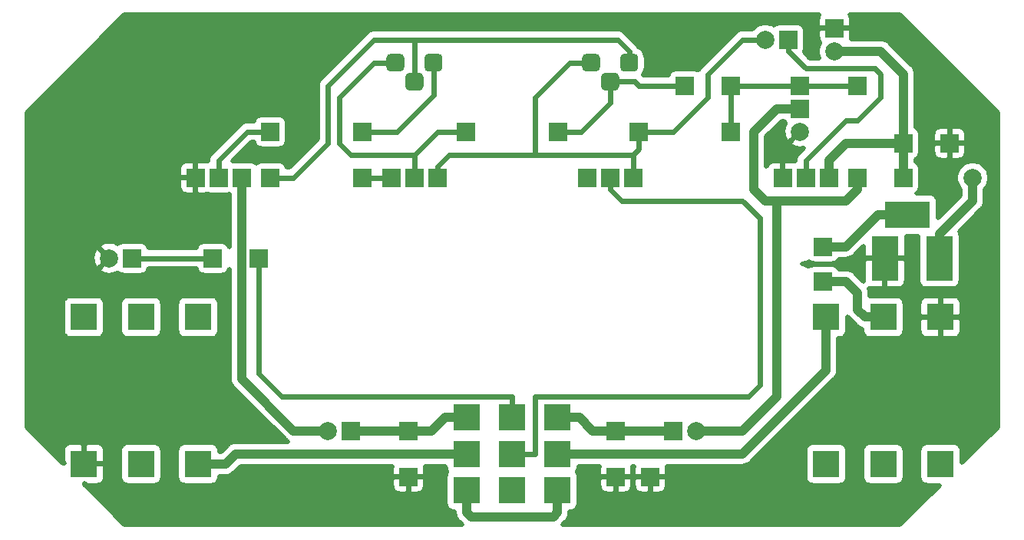
<source format=gbr>
G04 #@! TF.GenerationSoftware,KiCad,Pcbnew,5.1.6-c6e7f7d~87~ubuntu19.10.1*
G04 #@! TF.CreationDate,2021-07-04T19:22:05+06:00*
G04 #@! TF.ProjectId,fuzz_factory_r1b_r1b,66757a7a-5f66-4616-9374-6f72795f7231,MB:1B/PB:1B*
G04 #@! TF.SameCoordinates,Original*
G04 #@! TF.FileFunction,Copper,L2,Bot*
G04 #@! TF.FilePolarity,Positive*
%FSLAX46Y46*%
G04 Gerber Fmt 4.6, Leading zero omitted, Abs format (unit mm)*
G04 Created by KiCad (PCBNEW 5.1.6-c6e7f7d~87~ubuntu19.10.1) date 2021-07-04 19:22:05*
%MOMM*%
%LPD*%
G01*
G04 APERTURE LIST*
G04 #@! TA.AperFunction,ComponentPad*
%ADD10R,2.000000X2.000000*%
G04 #@! TD*
G04 #@! TA.AperFunction,ComponentPad*
%ADD11C,2.000000*%
G04 #@! TD*
G04 #@! TA.AperFunction,ComponentPad*
%ADD12R,3.000000X5.000000*%
G04 #@! TD*
G04 #@! TA.AperFunction,ComponentPad*
%ADD13R,5.000000X3.000000*%
G04 #@! TD*
G04 #@! TA.AperFunction,ComponentPad*
%ADD14R,3.000000X3.000000*%
G04 #@! TD*
G04 #@! TA.AperFunction,Conductor*
%ADD15C,0.600000*%
G04 #@! TD*
G04 #@! TA.AperFunction,Conductor*
%ADD16C,1.000000*%
G04 #@! TD*
G04 #@! TA.AperFunction,Conductor*
%ADD17C,0.500000*%
G04 #@! TD*
G04 APERTURE END LIST*
D10*
X117475000Y-105410000D03*
X114935000Y-105410000D03*
X112395000Y-105410000D03*
X158750000Y-138430000D03*
X158750000Y-133350000D03*
D11*
X127000000Y-133350000D03*
D10*
X129540000Y-133350000D03*
D11*
X167640000Y-133350000D03*
D10*
X165100000Y-133350000D03*
D11*
X175260000Y-90170000D03*
D10*
X177800000Y-90170000D03*
X135890000Y-138430000D03*
X135890000Y-133350000D03*
X120650000Y-100330000D03*
X130810000Y-100330000D03*
X152400000Y-100330000D03*
X142240000Y-100330000D03*
X130810000Y-105410000D03*
X120650000Y-105410000D03*
X171450000Y-100330000D03*
X161290000Y-100330000D03*
X185420000Y-105410000D03*
X185420000Y-95250000D03*
X171450000Y-95250000D03*
X166370000Y-95250000D03*
X160655000Y-105410000D03*
X158115000Y-105410000D03*
X155575000Y-105410000D03*
X182245000Y-105410000D03*
X179705000Y-105410000D03*
X177165000Y-105410000D03*
X139065000Y-105410000D03*
X136525000Y-105410000D03*
X133985000Y-105410000D03*
D12*
X188430000Y-114300000D03*
D13*
X190930000Y-109500000D03*
D12*
X194430000Y-114300000D03*
G04 #@! TA.AperFunction,ComponentPad*
G36*
G01*
X135525000Y-95310000D02*
X135525000Y-94310000D01*
G75*
G02*
X136025000Y-93810000I500000J0D01*
G01*
X137025000Y-93810000D01*
G75*
G02*
X137525000Y-94310000I0J-500000D01*
G01*
X137525000Y-95310000D01*
G75*
G02*
X137025000Y-95810000I-500000J0D01*
G01*
X136025000Y-95810000D01*
G75*
G02*
X135525000Y-95310000I0J500000D01*
G01*
G37*
G04 #@! TD.AperFunction*
G04 #@! TA.AperFunction,ComponentPad*
G36*
G01*
X133425000Y-93210000D02*
X133425000Y-92210000D01*
G75*
G02*
X133925000Y-91710000I500000J0D01*
G01*
X134925000Y-91710000D01*
G75*
G02*
X135425000Y-92210000I0J-500000D01*
G01*
X135425000Y-93210000D01*
G75*
G02*
X134925000Y-93710000I-500000J0D01*
G01*
X133925000Y-93710000D01*
G75*
G02*
X133425000Y-93210000I0J500000D01*
G01*
G37*
G04 #@! TD.AperFunction*
G04 #@! TA.AperFunction,ComponentPad*
G36*
G01*
X137625000Y-93210000D02*
X137625000Y-92210000D01*
G75*
G02*
X138125000Y-91710000I500000J0D01*
G01*
X139125000Y-91710000D01*
G75*
G02*
X139625000Y-92210000I0J-500000D01*
G01*
X139625000Y-93210000D01*
G75*
G02*
X139125000Y-93710000I-500000J0D01*
G01*
X138125000Y-93710000D01*
G75*
G02*
X137625000Y-93210000I0J500000D01*
G01*
G37*
G04 #@! TD.AperFunction*
G04 #@! TA.AperFunction,ComponentPad*
G36*
G01*
X157115000Y-95310000D02*
X157115000Y-94310000D01*
G75*
G02*
X157615000Y-93810000I500000J0D01*
G01*
X158615000Y-93810000D01*
G75*
G02*
X159115000Y-94310000I0J-500000D01*
G01*
X159115000Y-95310000D01*
G75*
G02*
X158615000Y-95810000I-500000J0D01*
G01*
X157615000Y-95810000D01*
G75*
G02*
X157115000Y-95310000I0J500000D01*
G01*
G37*
G04 #@! TD.AperFunction*
G04 #@! TA.AperFunction,ComponentPad*
G36*
G01*
X155015000Y-93210000D02*
X155015000Y-92210000D01*
G75*
G02*
X155515000Y-91710000I500000J0D01*
G01*
X156515000Y-91710000D01*
G75*
G02*
X157015000Y-92210000I0J-500000D01*
G01*
X157015000Y-93210000D01*
G75*
G02*
X156515000Y-93710000I-500000J0D01*
G01*
X155515000Y-93710000D01*
G75*
G02*
X155015000Y-93210000I0J500000D01*
G01*
G37*
G04 #@! TD.AperFunction*
G04 #@! TA.AperFunction,ComponentPad*
G36*
G01*
X159215000Y-93210000D02*
X159215000Y-92210000D01*
G75*
G02*
X159715000Y-91710000I500000J0D01*
G01*
X160715000Y-91710000D01*
G75*
G02*
X161215000Y-92210000I0J-500000D01*
G01*
X161215000Y-93210000D01*
G75*
G02*
X160715000Y-93710000I-500000J0D01*
G01*
X159715000Y-93710000D01*
G75*
G02*
X159215000Y-93210000I0J500000D01*
G01*
G37*
G04 #@! TD.AperFunction*
D10*
X179070000Y-95250000D03*
X179070000Y-97790000D03*
D11*
X179070000Y-100330000D03*
D14*
X112685000Y-120805000D03*
X106385000Y-120805000D03*
X100085000Y-120805000D03*
X112685000Y-137005000D03*
X106385000Y-137005000D03*
X100085000Y-137005000D03*
X181955000Y-137005000D03*
X188255000Y-137005000D03*
X194555000Y-137005000D03*
X181955000Y-120805000D03*
X188255000Y-120805000D03*
X194555000Y-120805000D03*
D11*
X198120000Y-105410000D03*
D10*
X190500000Y-105410000D03*
D11*
X182880000Y-91440000D03*
D10*
X182880000Y-88900000D03*
X162560000Y-138430000D03*
X190500000Y-101600000D03*
X195580000Y-101600000D03*
X181610000Y-116840000D03*
X114300000Y-114300000D03*
X119380000Y-114300000D03*
D11*
X102870000Y-114300000D03*
D10*
X105410000Y-114300000D03*
X181610000Y-113030000D03*
D14*
X152320000Y-135890000D03*
X152320000Y-139890000D03*
X152320000Y-131890000D03*
X147320000Y-135890000D03*
X147320000Y-139890000D03*
X147320000Y-131890000D03*
X142320000Y-131890000D03*
X142320000Y-135890000D03*
X142320000Y-139890000D03*
D15*
X121920000Y-129540000D02*
X119380000Y-127000000D01*
X147320000Y-131890000D02*
X147320000Y-129540000D01*
X147320000Y-129540000D02*
X121920000Y-129540000D01*
X119380000Y-127000000D02*
X119380000Y-114300000D01*
D16*
X152320000Y-142390000D02*
X152320000Y-139890000D01*
X142320000Y-139890000D02*
X142320000Y-142390000D01*
X142320000Y-142390000D02*
X142805000Y-142875000D01*
X142805000Y-142875000D02*
X151835000Y-142875000D01*
X151835000Y-142875000D02*
X152320000Y-142390000D01*
X158750000Y-133350000D02*
X165100000Y-133350000D01*
X152320000Y-131890000D02*
X154750000Y-131890000D01*
X154750000Y-131890000D02*
X156210000Y-133350000D01*
X156210000Y-133350000D02*
X158750000Y-133350000D01*
X172720000Y-135890000D02*
X152320000Y-135890000D01*
X181955000Y-120805000D02*
X181955000Y-126655000D01*
X181955000Y-126655000D02*
X172720000Y-135890000D01*
X142320000Y-131890000D02*
X139890000Y-131890000D01*
X139890000Y-131890000D02*
X138430000Y-133350000D01*
X138430000Y-133350000D02*
X135890000Y-133350000D01*
X135890000Y-133350000D02*
X129540000Y-133350000D01*
X115725000Y-137005000D02*
X112685000Y-137005000D01*
X142320000Y-135890000D02*
X116840000Y-135890000D01*
X116840000Y-135890000D02*
X115725000Y-137005000D01*
X187680000Y-109500000D02*
X190930000Y-109500000D01*
X181610000Y-113030000D02*
X184150000Y-113030000D01*
X184150000Y-113030000D02*
X187680000Y-109500000D01*
X185420000Y-120015000D02*
X186210000Y-120805000D01*
X181610000Y-116840000D02*
X184150000Y-116840000D01*
X186210000Y-120805000D02*
X188255000Y-120805000D01*
X185420000Y-118110000D02*
X185420000Y-120015000D01*
X184150000Y-116840000D02*
X185420000Y-118110000D01*
X194430000Y-114300000D02*
X194430000Y-111640000D01*
X194430000Y-111640000D02*
X198120000Y-107950000D01*
X198120000Y-107950000D02*
X198120000Y-105410000D01*
D15*
X105410000Y-114300000D02*
X114300000Y-114300000D01*
D16*
X185420000Y-105410000D02*
X185420000Y-106680000D01*
X185420000Y-106680000D02*
X184150000Y-107950000D01*
X179070000Y-97790000D02*
X176530000Y-97790000D01*
X176530000Y-97790000D02*
X173990000Y-100330000D01*
X173990000Y-100330000D02*
X173990000Y-106680000D01*
X173990000Y-106680000D02*
X175260000Y-107950000D01*
X176530000Y-107950000D02*
X175260000Y-107950000D01*
X184150000Y-107950000D02*
X176530000Y-107950000D01*
X172720000Y-133350000D02*
X167640000Y-133350000D01*
X176530000Y-107950000D02*
X176530000Y-129540000D01*
X176530000Y-129540000D02*
X172720000Y-133350000D01*
D15*
X171450000Y-100330000D02*
X171450000Y-95250000D01*
X171450000Y-95250000D02*
X179070000Y-95250000D01*
X179070000Y-95250000D02*
X185420000Y-95250000D01*
X154940000Y-100330000D02*
X152400000Y-100330000D01*
X158115000Y-94810000D02*
X158115000Y-97155000D01*
X158115000Y-97155000D02*
X154940000Y-100330000D01*
X161290000Y-95250000D02*
X166370000Y-95250000D01*
X158115000Y-94810000D02*
X160850000Y-94810000D01*
X160850000Y-94810000D02*
X161290000Y-95250000D01*
X136525000Y-94810000D02*
X136525000Y-90170000D01*
X160215000Y-91440000D02*
X160215000Y-92710000D01*
X136525000Y-90170000D02*
X158945000Y-90170000D01*
X158945000Y-90170000D02*
X160215000Y-91440000D01*
X127000000Y-101600000D02*
X127000000Y-95250000D01*
X127000000Y-95250000D02*
X132080000Y-90170000D01*
X120650000Y-105410000D02*
X123190000Y-105410000D01*
X132080000Y-90170000D02*
X136525000Y-90170000D01*
X123190000Y-105410000D02*
X127000000Y-101600000D01*
X134620000Y-100330000D02*
X130810000Y-100330000D01*
X138625000Y-92710000D02*
X138625000Y-96325000D01*
X138625000Y-96325000D02*
X134620000Y-100330000D01*
D16*
X190500000Y-101600000D02*
X190500000Y-105410000D01*
X182245000Y-105410000D02*
X182245000Y-103505000D01*
X182245000Y-103505000D02*
X184150000Y-101600000D01*
X184150000Y-101600000D02*
X190500000Y-101600000D01*
D15*
X149860000Y-129540000D02*
X149860000Y-135890000D01*
X174625000Y-128270000D02*
X173355000Y-129540000D01*
X173355000Y-129540000D02*
X149860000Y-129540000D01*
X158115000Y-106680000D02*
X159385000Y-107950000D01*
X158115000Y-105410000D02*
X158115000Y-106680000D01*
X172720000Y-107950000D02*
X174625000Y-109855000D01*
X149860000Y-135890000D02*
X147320000Y-135890000D01*
X159385000Y-107950000D02*
X172720000Y-107950000D01*
X174625000Y-109855000D02*
X174625000Y-128270000D01*
D16*
X182880000Y-91440000D02*
X187960000Y-91440000D01*
X190500000Y-93980000D02*
X190500000Y-101600000D01*
X187960000Y-91440000D02*
X190500000Y-93980000D01*
X117475000Y-105410000D02*
X117475000Y-127635000D01*
X117475000Y-127635000D02*
X123190000Y-133350000D01*
X123190000Y-133350000D02*
X127000000Y-133350000D01*
D15*
X114935000Y-105410000D02*
X114935000Y-103505000D01*
X114935000Y-103505000D02*
X118110000Y-100330000D01*
X118110000Y-100330000D02*
X120650000Y-100330000D01*
X130810000Y-105410000D02*
X133985000Y-105410000D01*
X136525000Y-105410000D02*
X136525000Y-102870000D01*
X134425000Y-92710000D02*
X132080000Y-92710000D01*
X132080000Y-92710000D02*
X128270000Y-96520000D01*
X128270000Y-101600000D02*
X128270000Y-96520000D01*
X136525000Y-102870000D02*
X129540000Y-102870000D01*
X129540000Y-102870000D02*
X128270000Y-101600000D01*
X139065000Y-100330000D02*
X136525000Y-102870000D01*
X142240000Y-100330000D02*
X139065000Y-100330000D01*
X153670000Y-92710000D02*
X156015000Y-92710000D01*
X160655000Y-102870000D02*
X161290000Y-102235000D01*
X161290000Y-100330000D02*
X165100000Y-100330000D01*
X165100000Y-100330000D02*
X168910000Y-96520000D01*
X168910000Y-96520000D02*
X168910000Y-93980000D01*
X168910000Y-93980000D02*
X172720000Y-90170000D01*
X172720000Y-90170000D02*
X175260000Y-90170000D01*
X149860000Y-102870000D02*
X149860000Y-96520000D01*
X149860000Y-96520000D02*
X153670000Y-92710000D01*
X140335000Y-102870000D02*
X149860000Y-102870000D01*
X139065000Y-105410000D02*
X139065000Y-104140000D01*
X139065000Y-104140000D02*
X140335000Y-102870000D01*
X161290000Y-102235000D02*
X161290000Y-100330000D01*
X160655000Y-102870000D02*
X149860000Y-102870000D01*
X160655000Y-105410000D02*
X160655000Y-102870000D01*
X179705000Y-93345000D02*
X177800000Y-91440000D01*
X187960000Y-93980000D02*
X187325000Y-93345000D01*
X177800000Y-91440000D02*
X177800000Y-90170000D01*
X179705000Y-103505000D02*
X184150000Y-99060000D01*
X179705000Y-105410000D02*
X179705000Y-103505000D01*
X184150000Y-99060000D02*
X185420000Y-99060000D01*
X185420000Y-99060000D02*
X187960000Y-96520000D01*
X187325000Y-93345000D02*
X179705000Y-93345000D01*
X187960000Y-96520000D02*
X187960000Y-93980000D01*
D17*
G36*
X181169831Y-87425480D02*
G01*
X181090902Y-87573145D01*
X181042299Y-87733371D01*
X181025887Y-87900000D01*
X181030000Y-88637500D01*
X181242500Y-88850000D01*
X182830000Y-88850000D01*
X182830000Y-88830000D01*
X182930000Y-88830000D01*
X182930000Y-88850000D01*
X184517500Y-88850000D01*
X184730000Y-88637500D01*
X184734113Y-87900000D01*
X184717701Y-87733371D01*
X184669098Y-87573145D01*
X184590169Y-87425480D01*
X184577465Y-87410000D01*
X190065077Y-87410000D01*
X200880000Y-98224924D01*
X200880001Y-132915075D01*
X196909112Y-136885964D01*
X196909112Y-135505000D01*
X196892700Y-135338371D01*
X196844097Y-135178145D01*
X196765168Y-135030481D01*
X196658948Y-134901052D01*
X196529519Y-134794832D01*
X196381855Y-134715903D01*
X196221629Y-134667300D01*
X196055000Y-134650888D01*
X193055000Y-134650888D01*
X192888371Y-134667300D01*
X192728145Y-134715903D01*
X192580481Y-134794832D01*
X192451052Y-134901052D01*
X192344832Y-135030481D01*
X192265903Y-135178145D01*
X192217300Y-135338371D01*
X192200888Y-135505000D01*
X192200888Y-138505000D01*
X192217300Y-138671629D01*
X192265903Y-138831855D01*
X192344832Y-138979519D01*
X192451052Y-139108948D01*
X192580481Y-139215168D01*
X192728145Y-139294097D01*
X192888371Y-139342700D01*
X193055000Y-139359112D01*
X194435965Y-139359112D01*
X190065077Y-143730000D01*
X152889188Y-143730000D01*
X153227696Y-143391491D01*
X153279212Y-143349213D01*
X153447915Y-143143649D01*
X153573272Y-142909122D01*
X153650467Y-142654646D01*
X153670000Y-142456321D01*
X153670000Y-142456319D01*
X153676532Y-142390000D01*
X153670000Y-142323681D01*
X153670000Y-142244112D01*
X153820000Y-142244112D01*
X153986629Y-142227700D01*
X154146855Y-142179097D01*
X154294519Y-142100168D01*
X154423948Y-141993948D01*
X154530168Y-141864519D01*
X154609097Y-141716855D01*
X154657700Y-141556629D01*
X154674112Y-141390000D01*
X154674112Y-139430000D01*
X156895887Y-139430000D01*
X156912299Y-139596629D01*
X156960902Y-139756855D01*
X157039831Y-139904520D01*
X157146051Y-140033949D01*
X157275480Y-140140169D01*
X157423145Y-140219098D01*
X157583371Y-140267701D01*
X157750000Y-140284113D01*
X158487500Y-140280000D01*
X158700000Y-140067500D01*
X158700000Y-138480000D01*
X158800000Y-138480000D01*
X158800000Y-140067500D01*
X159012500Y-140280000D01*
X159750000Y-140284113D01*
X159916629Y-140267701D01*
X160076855Y-140219098D01*
X160224520Y-140140169D01*
X160353949Y-140033949D01*
X160460169Y-139904520D01*
X160539098Y-139756855D01*
X160587701Y-139596629D01*
X160604113Y-139430000D01*
X160705887Y-139430000D01*
X160722299Y-139596629D01*
X160770902Y-139756855D01*
X160849831Y-139904520D01*
X160956051Y-140033949D01*
X161085480Y-140140169D01*
X161233145Y-140219098D01*
X161393371Y-140267701D01*
X161560000Y-140284113D01*
X162297500Y-140280000D01*
X162510000Y-140067500D01*
X162510000Y-138480000D01*
X162610000Y-138480000D01*
X162610000Y-140067500D01*
X162822500Y-140280000D01*
X163560000Y-140284113D01*
X163726629Y-140267701D01*
X163886855Y-140219098D01*
X164034520Y-140140169D01*
X164163949Y-140033949D01*
X164270169Y-139904520D01*
X164349098Y-139756855D01*
X164397701Y-139596629D01*
X164414113Y-139430000D01*
X164410000Y-138692500D01*
X164197500Y-138480000D01*
X162610000Y-138480000D01*
X162510000Y-138480000D01*
X160922500Y-138480000D01*
X160710000Y-138692500D01*
X160705887Y-139430000D01*
X160604113Y-139430000D01*
X160600000Y-138692500D01*
X160387500Y-138480000D01*
X158800000Y-138480000D01*
X158700000Y-138480000D01*
X157112500Y-138480000D01*
X156900000Y-138692500D01*
X156895887Y-139430000D01*
X154674112Y-139430000D01*
X154674112Y-138390000D01*
X154657700Y-138223371D01*
X154609097Y-138063145D01*
X154530168Y-137915481D01*
X154509256Y-137890000D01*
X154530168Y-137864519D01*
X154609097Y-137716855D01*
X154657700Y-137556629D01*
X154674112Y-137390000D01*
X154674112Y-137240000D01*
X156919388Y-137240000D01*
X156912299Y-137263371D01*
X156895887Y-137430000D01*
X156900000Y-138167500D01*
X157112500Y-138380000D01*
X158700000Y-138380000D01*
X158700000Y-138360000D01*
X158800000Y-138360000D01*
X158800000Y-138380000D01*
X160387500Y-138380000D01*
X160600000Y-138167500D01*
X160604113Y-137430000D01*
X160587701Y-137263371D01*
X160580612Y-137240000D01*
X160729388Y-137240000D01*
X160722299Y-137263371D01*
X160705887Y-137430000D01*
X160710000Y-138167500D01*
X160922500Y-138380000D01*
X162510000Y-138380000D01*
X162510000Y-138360000D01*
X162610000Y-138360000D01*
X162610000Y-138380000D01*
X164197500Y-138380000D01*
X164410000Y-138167500D01*
X164414113Y-137430000D01*
X164397701Y-137263371D01*
X164390612Y-137240000D01*
X172653681Y-137240000D01*
X172720000Y-137246532D01*
X172786319Y-137240000D01*
X172786321Y-137240000D01*
X172984646Y-137220467D01*
X173239122Y-137143272D01*
X173473649Y-137017915D01*
X173679213Y-136849213D01*
X173721491Y-136797697D01*
X175014188Y-135505000D01*
X179600888Y-135505000D01*
X179600888Y-138505000D01*
X179617300Y-138671629D01*
X179665903Y-138831855D01*
X179744832Y-138979519D01*
X179851052Y-139108948D01*
X179980481Y-139215168D01*
X180128145Y-139294097D01*
X180288371Y-139342700D01*
X180455000Y-139359112D01*
X183455000Y-139359112D01*
X183621629Y-139342700D01*
X183781855Y-139294097D01*
X183929519Y-139215168D01*
X184058948Y-139108948D01*
X184165168Y-138979519D01*
X184244097Y-138831855D01*
X184292700Y-138671629D01*
X184309112Y-138505000D01*
X184309112Y-135505000D01*
X185900888Y-135505000D01*
X185900888Y-138505000D01*
X185917300Y-138671629D01*
X185965903Y-138831855D01*
X186044832Y-138979519D01*
X186151052Y-139108948D01*
X186280481Y-139215168D01*
X186428145Y-139294097D01*
X186588371Y-139342700D01*
X186755000Y-139359112D01*
X189755000Y-139359112D01*
X189921629Y-139342700D01*
X190081855Y-139294097D01*
X190229519Y-139215168D01*
X190358948Y-139108948D01*
X190465168Y-138979519D01*
X190544097Y-138831855D01*
X190592700Y-138671629D01*
X190609112Y-138505000D01*
X190609112Y-135505000D01*
X190592700Y-135338371D01*
X190544097Y-135178145D01*
X190465168Y-135030481D01*
X190358948Y-134901052D01*
X190229519Y-134794832D01*
X190081855Y-134715903D01*
X189921629Y-134667300D01*
X189755000Y-134650888D01*
X186755000Y-134650888D01*
X186588371Y-134667300D01*
X186428145Y-134715903D01*
X186280481Y-134794832D01*
X186151052Y-134901052D01*
X186044832Y-135030481D01*
X185965903Y-135178145D01*
X185917300Y-135338371D01*
X185900888Y-135505000D01*
X184309112Y-135505000D01*
X184292700Y-135338371D01*
X184244097Y-135178145D01*
X184165168Y-135030481D01*
X184058948Y-134901052D01*
X183929519Y-134794832D01*
X183781855Y-134715903D01*
X183621629Y-134667300D01*
X183455000Y-134650888D01*
X180455000Y-134650888D01*
X180288371Y-134667300D01*
X180128145Y-134715903D01*
X179980481Y-134794832D01*
X179851052Y-134901052D01*
X179744832Y-135030481D01*
X179665903Y-135178145D01*
X179617300Y-135338371D01*
X179600888Y-135505000D01*
X175014188Y-135505000D01*
X182862702Y-127656487D01*
X182914213Y-127614213D01*
X182956487Y-127562702D01*
X182956490Y-127562699D01*
X183082915Y-127408650D01*
X183167279Y-127250814D01*
X183208272Y-127174122D01*
X183285467Y-126919646D01*
X183305000Y-126721321D01*
X183305000Y-126721312D01*
X183311531Y-126655001D01*
X183305000Y-126588690D01*
X183305000Y-123159112D01*
X183455000Y-123159112D01*
X183621629Y-123142700D01*
X183781855Y-123094097D01*
X183929519Y-123015168D01*
X184058948Y-122908948D01*
X184165168Y-122779519D01*
X184244097Y-122631855D01*
X184292700Y-122471629D01*
X184309112Y-122305000D01*
X184309112Y-120789396D01*
X184418510Y-120922698D01*
X184418514Y-120922702D01*
X184460788Y-120974213D01*
X184512299Y-121016487D01*
X185208504Y-121712692D01*
X185250787Y-121764213D01*
X185390004Y-121878466D01*
X185456350Y-121932915D01*
X185690877Y-122058272D01*
X185750105Y-122076239D01*
X185900888Y-122121978D01*
X185900888Y-122305000D01*
X185917300Y-122471629D01*
X185965903Y-122631855D01*
X186044832Y-122779519D01*
X186151052Y-122908948D01*
X186280481Y-123015168D01*
X186428145Y-123094097D01*
X186588371Y-123142700D01*
X186755000Y-123159112D01*
X189755000Y-123159112D01*
X189921629Y-123142700D01*
X190081855Y-123094097D01*
X190229519Y-123015168D01*
X190358948Y-122908948D01*
X190465168Y-122779519D01*
X190544097Y-122631855D01*
X190592700Y-122471629D01*
X190609112Y-122305000D01*
X192200887Y-122305000D01*
X192217299Y-122471629D01*
X192265902Y-122631855D01*
X192344831Y-122779520D01*
X192451051Y-122908949D01*
X192580480Y-123015169D01*
X192728145Y-123094098D01*
X192888371Y-123142701D01*
X193055000Y-123159113D01*
X194292500Y-123155000D01*
X194505000Y-122942500D01*
X194505000Y-120855000D01*
X194605000Y-120855000D01*
X194605000Y-122942500D01*
X194817500Y-123155000D01*
X196055000Y-123159113D01*
X196221629Y-123142701D01*
X196381855Y-123094098D01*
X196529520Y-123015169D01*
X196658949Y-122908949D01*
X196765169Y-122779520D01*
X196844098Y-122631855D01*
X196892701Y-122471629D01*
X196909113Y-122305000D01*
X196905000Y-121067500D01*
X196692500Y-120855000D01*
X194605000Y-120855000D01*
X194505000Y-120855000D01*
X192417500Y-120855000D01*
X192205000Y-121067500D01*
X192200887Y-122305000D01*
X190609112Y-122305000D01*
X190609112Y-119305000D01*
X192200887Y-119305000D01*
X192205000Y-120542500D01*
X192417500Y-120755000D01*
X194505000Y-120755000D01*
X194505000Y-118667500D01*
X194605000Y-118667500D01*
X194605000Y-120755000D01*
X196692500Y-120755000D01*
X196905000Y-120542500D01*
X196909113Y-119305000D01*
X196892701Y-119138371D01*
X196844098Y-118978145D01*
X196765169Y-118830480D01*
X196658949Y-118701051D01*
X196529520Y-118594831D01*
X196381855Y-118515902D01*
X196221629Y-118467299D01*
X196055000Y-118450887D01*
X194817500Y-118455000D01*
X194605000Y-118667500D01*
X194505000Y-118667500D01*
X194292500Y-118455000D01*
X193055000Y-118450887D01*
X192888371Y-118467299D01*
X192728145Y-118515902D01*
X192580480Y-118594831D01*
X192451051Y-118701051D01*
X192344831Y-118830480D01*
X192265902Y-118978145D01*
X192217299Y-119138371D01*
X192200887Y-119305000D01*
X190609112Y-119305000D01*
X190592700Y-119138371D01*
X190544097Y-118978145D01*
X190465168Y-118830481D01*
X190358948Y-118701052D01*
X190229519Y-118594832D01*
X190081855Y-118515903D01*
X189921629Y-118467300D01*
X189755000Y-118450888D01*
X186770000Y-118450888D01*
X186770000Y-118176310D01*
X186776531Y-118109999D01*
X186770000Y-118043688D01*
X186770000Y-118043679D01*
X186750467Y-117845354D01*
X186679784Y-117612346D01*
X186763371Y-117637701D01*
X186930000Y-117654113D01*
X188167500Y-117650000D01*
X188380000Y-117437500D01*
X188380000Y-114350000D01*
X188480000Y-114350000D01*
X188480000Y-117437500D01*
X188692500Y-117650000D01*
X189930000Y-117654113D01*
X190096629Y-117637701D01*
X190256855Y-117589098D01*
X190404520Y-117510169D01*
X190533949Y-117403949D01*
X190640169Y-117274520D01*
X190719098Y-117126855D01*
X190767701Y-116966629D01*
X190784113Y-116800000D01*
X190780000Y-114562500D01*
X190567500Y-114350000D01*
X188480000Y-114350000D01*
X188380000Y-114350000D01*
X186292500Y-114350000D01*
X186080000Y-114562500D01*
X186075887Y-116800000D01*
X186082082Y-116862893D01*
X185151491Y-115932303D01*
X185109213Y-115880787D01*
X184903649Y-115712085D01*
X184669122Y-115586728D01*
X184414646Y-115509533D01*
X184216321Y-115490000D01*
X184216319Y-115490000D01*
X184150000Y-115483468D01*
X184083681Y-115490000D01*
X183386726Y-115490000D01*
X183320168Y-115365481D01*
X183213948Y-115236052D01*
X183084519Y-115129832D01*
X182936855Y-115050903D01*
X182776629Y-115002300D01*
X182610000Y-114985888D01*
X180610000Y-114985888D01*
X180443371Y-115002300D01*
X180283145Y-115050903D01*
X180135481Y-115129832D01*
X180052159Y-115198213D01*
X179975082Y-115146711D01*
X179627347Y-115002675D01*
X179287125Y-114935000D01*
X179627347Y-114867325D01*
X179975082Y-114723289D01*
X180052159Y-114671787D01*
X180135481Y-114740168D01*
X180283145Y-114819097D01*
X180443371Y-114867700D01*
X180610000Y-114884112D01*
X182610000Y-114884112D01*
X182776629Y-114867700D01*
X182936855Y-114819097D01*
X183084519Y-114740168D01*
X183213948Y-114633948D01*
X183320168Y-114504519D01*
X183386726Y-114380000D01*
X184083681Y-114380000D01*
X184150000Y-114386532D01*
X184216319Y-114380000D01*
X184216321Y-114380000D01*
X184414646Y-114360467D01*
X184669122Y-114283272D01*
X184903649Y-114157915D01*
X185109213Y-113989213D01*
X185151491Y-113937697D01*
X186078113Y-113011075D01*
X186080000Y-114037500D01*
X186292500Y-114250000D01*
X188380000Y-114250000D01*
X188380000Y-114230000D01*
X188480000Y-114230000D01*
X188480000Y-114250000D01*
X190567500Y-114250000D01*
X190780000Y-114037500D01*
X190784014Y-111854112D01*
X192075888Y-111854112D01*
X192075888Y-116800000D01*
X192092300Y-116966629D01*
X192140903Y-117126855D01*
X192219832Y-117274519D01*
X192326052Y-117403948D01*
X192455481Y-117510168D01*
X192603145Y-117589097D01*
X192763371Y-117637700D01*
X192930000Y-117654112D01*
X195930000Y-117654112D01*
X196096629Y-117637700D01*
X196256855Y-117589097D01*
X196404519Y-117510168D01*
X196533948Y-117403948D01*
X196640168Y-117274519D01*
X196719097Y-117126855D01*
X196767700Y-116966629D01*
X196784112Y-116800000D01*
X196784112Y-111800000D01*
X196767700Y-111633371D01*
X196719097Y-111473145D01*
X196644884Y-111334304D01*
X199027707Y-108951482D01*
X199079212Y-108909213D01*
X199121483Y-108857706D01*
X199121490Y-108857699D01*
X199247915Y-108703650D01*
X199339075Y-108533100D01*
X199373272Y-108469122D01*
X199450467Y-108214646D01*
X199470000Y-108016321D01*
X199470000Y-108016320D01*
X199476532Y-107950001D01*
X199470000Y-107883679D01*
X199470000Y-106676295D01*
X199556989Y-106589306D01*
X199759448Y-106286303D01*
X199898905Y-105949625D01*
X199970000Y-105592209D01*
X199970000Y-105227791D01*
X199898905Y-104870375D01*
X199759448Y-104533697D01*
X199556989Y-104230694D01*
X199299306Y-103973011D01*
X198996303Y-103770552D01*
X198659625Y-103631095D01*
X198302209Y-103560000D01*
X197937791Y-103560000D01*
X197580375Y-103631095D01*
X197243697Y-103770552D01*
X196940694Y-103973011D01*
X196683011Y-104230694D01*
X196480552Y-104533697D01*
X196341095Y-104870375D01*
X196270000Y-105227791D01*
X196270000Y-105592209D01*
X196341095Y-105949625D01*
X196480552Y-106286303D01*
X196683011Y-106589306D01*
X196770001Y-106676296D01*
X196770000Y-107390811D01*
X194284112Y-109876700D01*
X194284112Y-108000000D01*
X194267700Y-107833371D01*
X194219097Y-107673145D01*
X194140168Y-107525481D01*
X194033948Y-107396052D01*
X193904519Y-107289832D01*
X193756855Y-107210903D01*
X193596629Y-107162300D01*
X193430000Y-107145888D01*
X191926401Y-107145888D01*
X191974519Y-107120168D01*
X192103948Y-107013948D01*
X192210168Y-106884519D01*
X192289097Y-106736855D01*
X192337700Y-106576629D01*
X192354112Y-106410000D01*
X192354112Y-104410000D01*
X192337700Y-104243371D01*
X192289097Y-104083145D01*
X192210168Y-103935481D01*
X192103948Y-103806052D01*
X191974519Y-103699832D01*
X191850000Y-103633274D01*
X191850000Y-103376726D01*
X191974519Y-103310168D01*
X192103948Y-103203948D01*
X192210168Y-103074519D01*
X192289097Y-102926855D01*
X192337700Y-102766629D01*
X192354112Y-102600000D01*
X193725887Y-102600000D01*
X193742299Y-102766629D01*
X193790902Y-102926855D01*
X193869831Y-103074520D01*
X193976051Y-103203949D01*
X194105480Y-103310169D01*
X194253145Y-103389098D01*
X194413371Y-103437701D01*
X194580000Y-103454113D01*
X195317500Y-103450000D01*
X195530000Y-103237500D01*
X195530000Y-101650000D01*
X195630000Y-101650000D01*
X195630000Y-103237500D01*
X195842500Y-103450000D01*
X196580000Y-103454113D01*
X196746629Y-103437701D01*
X196906855Y-103389098D01*
X197054520Y-103310169D01*
X197183949Y-103203949D01*
X197290169Y-103074520D01*
X197369098Y-102926855D01*
X197417701Y-102766629D01*
X197434113Y-102600000D01*
X197430000Y-101862500D01*
X197217500Y-101650000D01*
X195630000Y-101650000D01*
X195530000Y-101650000D01*
X193942500Y-101650000D01*
X193730000Y-101862500D01*
X193725887Y-102600000D01*
X192354112Y-102600000D01*
X192354112Y-100600000D01*
X193725887Y-100600000D01*
X193730000Y-101337500D01*
X193942500Y-101550000D01*
X195530000Y-101550000D01*
X195530000Y-99962500D01*
X195630000Y-99962500D01*
X195630000Y-101550000D01*
X197217500Y-101550000D01*
X197430000Y-101337500D01*
X197434113Y-100600000D01*
X197417701Y-100433371D01*
X197369098Y-100273145D01*
X197290169Y-100125480D01*
X197183949Y-99996051D01*
X197054520Y-99889831D01*
X196906855Y-99810902D01*
X196746629Y-99762299D01*
X196580000Y-99745887D01*
X195842500Y-99750000D01*
X195630000Y-99962500D01*
X195530000Y-99962500D01*
X195317500Y-99750000D01*
X194580000Y-99745887D01*
X194413371Y-99762299D01*
X194253145Y-99810902D01*
X194105480Y-99889831D01*
X193976051Y-99996051D01*
X193869831Y-100125480D01*
X193790902Y-100273145D01*
X193742299Y-100433371D01*
X193725887Y-100600000D01*
X192354112Y-100600000D01*
X192337700Y-100433371D01*
X192289097Y-100273145D01*
X192210168Y-100125481D01*
X192103948Y-99996052D01*
X191974519Y-99889832D01*
X191850000Y-99823274D01*
X191850000Y-94046310D01*
X191856531Y-93979999D01*
X191850000Y-93913688D01*
X191850000Y-93913679D01*
X191830467Y-93715354D01*
X191753272Y-93460878D01*
X191627915Y-93226351D01*
X191459212Y-93020787D01*
X191407701Y-92978513D01*
X188961491Y-90532303D01*
X188919213Y-90480787D01*
X188713649Y-90312085D01*
X188479122Y-90186728D01*
X188224646Y-90109533D01*
X188026321Y-90090000D01*
X188026319Y-90090000D01*
X187960000Y-90083468D01*
X187893681Y-90090000D01*
X184710612Y-90090000D01*
X184717701Y-90066629D01*
X184734113Y-89900000D01*
X184730000Y-89162500D01*
X184517500Y-88950000D01*
X182930000Y-88950000D01*
X182930000Y-88970000D01*
X182830000Y-88970000D01*
X182830000Y-88950000D01*
X181242500Y-88950000D01*
X181030000Y-89162500D01*
X181025887Y-89900000D01*
X181042299Y-90066629D01*
X181090902Y-90226855D01*
X181169831Y-90374520D01*
X181276051Y-90503949D01*
X181278908Y-90506293D01*
X181240552Y-90563697D01*
X181101095Y-90900375D01*
X181030000Y-91257791D01*
X181030000Y-91622209D01*
X181101095Y-91979625D01*
X181190307Y-92195000D01*
X180181345Y-92195000D01*
X179552210Y-91565865D01*
X179589097Y-91496855D01*
X179637700Y-91336629D01*
X179654112Y-91170000D01*
X179654112Y-89170000D01*
X179637700Y-89003371D01*
X179589097Y-88843145D01*
X179510168Y-88695481D01*
X179403948Y-88566052D01*
X179274519Y-88459832D01*
X179126855Y-88380903D01*
X178966629Y-88332300D01*
X178800000Y-88315888D01*
X176800000Y-88315888D01*
X176633371Y-88332300D01*
X176473145Y-88380903D01*
X176325481Y-88459832D01*
X176196052Y-88566052D01*
X176193708Y-88568908D01*
X176136303Y-88530552D01*
X175799625Y-88391095D01*
X175442209Y-88320000D01*
X175077791Y-88320000D01*
X174720375Y-88391095D01*
X174383697Y-88530552D01*
X174080694Y-88733011D01*
X173823011Y-88990694D01*
X173803429Y-89020000D01*
X172776492Y-89020000D01*
X172720000Y-89014436D01*
X172494561Y-89036640D01*
X172277784Y-89102398D01*
X172165342Y-89162500D01*
X172078003Y-89209184D01*
X171902893Y-89352893D01*
X171866880Y-89396775D01*
X168136776Y-93126880D01*
X168092894Y-93162893D01*
X168040815Y-93226352D01*
X167949185Y-93338003D01*
X167842399Y-93537785D01*
X167842160Y-93538571D01*
X167696855Y-93460903D01*
X167536629Y-93412300D01*
X167370000Y-93395888D01*
X165370000Y-93395888D01*
X165203371Y-93412300D01*
X165043145Y-93460903D01*
X164895481Y-93539832D01*
X164766052Y-93646052D01*
X164659832Y-93775481D01*
X164580903Y-93923145D01*
X164532300Y-94083371D01*
X164530662Y-94100000D01*
X161766344Y-94100000D01*
X161745228Y-94078884D01*
X161840903Y-93962304D01*
X161966036Y-93728196D01*
X162043093Y-93474174D01*
X162069112Y-93210000D01*
X162069112Y-92210000D01*
X162043093Y-91945826D01*
X161966036Y-91691804D01*
X161840903Y-91457696D01*
X161672502Y-91252498D01*
X161467304Y-91084097D01*
X161273313Y-90980407D01*
X161175816Y-90798003D01*
X161136421Y-90750000D01*
X161068118Y-90666772D01*
X161068115Y-90666769D01*
X161032107Y-90622893D01*
X160988231Y-90586885D01*
X159798124Y-89396780D01*
X159762107Y-89352893D01*
X159586997Y-89209184D01*
X159387215Y-89102398D01*
X159170439Y-89036640D01*
X159001492Y-89020000D01*
X159001482Y-89020000D01*
X158945000Y-89014437D01*
X158888518Y-89020000D01*
X136581492Y-89020000D01*
X136525000Y-89014436D01*
X136468509Y-89020000D01*
X132136484Y-89020000D01*
X132080000Y-89014437D01*
X132023516Y-89020000D01*
X132023508Y-89020000D01*
X131874164Y-89034709D01*
X131854560Y-89036640D01*
X131788802Y-89056588D01*
X131637785Y-89102398D01*
X131544788Y-89152106D01*
X131438002Y-89209184D01*
X131347517Y-89283444D01*
X131262893Y-89352893D01*
X131226880Y-89396775D01*
X126226776Y-94396880D01*
X126182894Y-94432893D01*
X126146882Y-94476774D01*
X126039185Y-94608003D01*
X125932399Y-94807785D01*
X125866641Y-95024561D01*
X125844437Y-95250000D01*
X125850001Y-95306492D01*
X125850000Y-101123655D01*
X122713656Y-104260000D01*
X122489338Y-104260000D01*
X122487700Y-104243371D01*
X122439097Y-104083145D01*
X122360168Y-103935481D01*
X122253948Y-103806052D01*
X122124519Y-103699832D01*
X121976855Y-103620903D01*
X121816629Y-103572300D01*
X121650000Y-103555888D01*
X119650000Y-103555888D01*
X119483371Y-103572300D01*
X119323145Y-103620903D01*
X119175481Y-103699832D01*
X119062500Y-103792553D01*
X118949519Y-103699832D01*
X118801855Y-103620903D01*
X118641629Y-103572300D01*
X118475000Y-103555888D01*
X116510456Y-103555888D01*
X118586345Y-101480000D01*
X118810662Y-101480000D01*
X118812300Y-101496629D01*
X118860903Y-101656855D01*
X118939832Y-101804519D01*
X119046052Y-101933948D01*
X119175481Y-102040168D01*
X119323145Y-102119097D01*
X119483371Y-102167700D01*
X119650000Y-102184112D01*
X121650000Y-102184112D01*
X121816629Y-102167700D01*
X121976855Y-102119097D01*
X122124519Y-102040168D01*
X122253948Y-101933948D01*
X122360168Y-101804519D01*
X122439097Y-101656855D01*
X122487700Y-101496629D01*
X122504112Y-101330000D01*
X122504112Y-99330000D01*
X122487700Y-99163371D01*
X122439097Y-99003145D01*
X122360168Y-98855481D01*
X122253948Y-98726052D01*
X122124519Y-98619832D01*
X121976855Y-98540903D01*
X121816629Y-98492300D01*
X121650000Y-98475888D01*
X119650000Y-98475888D01*
X119483371Y-98492300D01*
X119323145Y-98540903D01*
X119175481Y-98619832D01*
X119046052Y-98726052D01*
X118939832Y-98855481D01*
X118860903Y-99003145D01*
X118812300Y-99163371D01*
X118810662Y-99180000D01*
X118166481Y-99180000D01*
X118109999Y-99174437D01*
X118053517Y-99180000D01*
X118053508Y-99180000D01*
X117884561Y-99196640D01*
X117667785Y-99262398D01*
X117468003Y-99369184D01*
X117292893Y-99512893D01*
X117256881Y-99556774D01*
X114161776Y-102651880D01*
X114117894Y-102687893D01*
X113982171Y-102853272D01*
X113974185Y-102863003D01*
X113867399Y-103062785D01*
X113801641Y-103279561D01*
X113779437Y-103505000D01*
X113785001Y-103561491D01*
X113785001Y-103570662D01*
X113768371Y-103572300D01*
X113665002Y-103603656D01*
X113561629Y-103572299D01*
X113395000Y-103555887D01*
X112657500Y-103560000D01*
X112445000Y-103772500D01*
X112445000Y-105360000D01*
X112465000Y-105360000D01*
X112465000Y-105460000D01*
X112445000Y-105460000D01*
X112445000Y-107047500D01*
X112657500Y-107260000D01*
X113395000Y-107264113D01*
X113561629Y-107247701D01*
X113665002Y-107216344D01*
X113768371Y-107247700D01*
X113935000Y-107264112D01*
X115935000Y-107264112D01*
X116101629Y-107247700D01*
X116125000Y-107240611D01*
X116125000Y-113091505D01*
X116089097Y-112973145D01*
X116010168Y-112825481D01*
X115903948Y-112696052D01*
X115774519Y-112589832D01*
X115626855Y-112510903D01*
X115466629Y-112462300D01*
X115300000Y-112445888D01*
X113300000Y-112445888D01*
X113133371Y-112462300D01*
X112973145Y-112510903D01*
X112825481Y-112589832D01*
X112696052Y-112696052D01*
X112589832Y-112825481D01*
X112510903Y-112973145D01*
X112462300Y-113133371D01*
X112460662Y-113150000D01*
X107249338Y-113150000D01*
X107247700Y-113133371D01*
X107199097Y-112973145D01*
X107120168Y-112825481D01*
X107013948Y-112696052D01*
X106884519Y-112589832D01*
X106736855Y-112510903D01*
X106576629Y-112462300D01*
X106410000Y-112445888D01*
X104410000Y-112445888D01*
X104243371Y-112462300D01*
X104083145Y-112510903D01*
X103935481Y-112589832D01*
X103806052Y-112696052D01*
X103801842Y-112701182D01*
X103602580Y-112591484D01*
X103255189Y-112481394D01*
X102892995Y-112441192D01*
X102529918Y-112472422D01*
X102179910Y-112573885D01*
X101856421Y-112741682D01*
X101818182Y-112767232D01*
X101741675Y-113100965D01*
X102870000Y-114229289D01*
X102884142Y-114215147D01*
X102954853Y-114285858D01*
X102940711Y-114300000D01*
X102954853Y-114314142D01*
X102884142Y-114384853D01*
X102870000Y-114370711D01*
X101741675Y-115499035D01*
X101818182Y-115832768D01*
X102137420Y-116008516D01*
X102484811Y-116118606D01*
X102847005Y-116158808D01*
X103210082Y-116127578D01*
X103560090Y-116026115D01*
X103802934Y-115900149D01*
X103806052Y-115903948D01*
X103935481Y-116010168D01*
X104083145Y-116089097D01*
X104243371Y-116137700D01*
X104410000Y-116154112D01*
X106410000Y-116154112D01*
X106576629Y-116137700D01*
X106736855Y-116089097D01*
X106884519Y-116010168D01*
X107013948Y-115903948D01*
X107120168Y-115774519D01*
X107199097Y-115626855D01*
X107247700Y-115466629D01*
X107249338Y-115450000D01*
X112460662Y-115450000D01*
X112462300Y-115466629D01*
X112510903Y-115626855D01*
X112589832Y-115774519D01*
X112696052Y-115903948D01*
X112825481Y-116010168D01*
X112973145Y-116089097D01*
X113133371Y-116137700D01*
X113300000Y-116154112D01*
X115300000Y-116154112D01*
X115466629Y-116137700D01*
X115626855Y-116089097D01*
X115774519Y-116010168D01*
X115903948Y-115903948D01*
X116010168Y-115774519D01*
X116089097Y-115626855D01*
X116125000Y-115508495D01*
X116125001Y-127568671D01*
X116118468Y-127635000D01*
X116144534Y-127899646D01*
X116221729Y-128154122D01*
X116347085Y-128388649D01*
X116473510Y-128542698D01*
X116473514Y-128542702D01*
X116515788Y-128594213D01*
X116567299Y-128636487D01*
X122188509Y-134257697D01*
X122230787Y-134309213D01*
X122282302Y-134351490D01*
X122436351Y-134477915D01*
X122552504Y-134540000D01*
X116906310Y-134540000D01*
X116839999Y-134533469D01*
X116773688Y-134540000D01*
X116773679Y-134540000D01*
X116575354Y-134559533D01*
X116320878Y-134636728D01*
X116239050Y-134680466D01*
X116086350Y-134762085D01*
X115932301Y-134888510D01*
X115932298Y-134888513D01*
X115880787Y-134930787D01*
X115838513Y-134982298D01*
X115165812Y-135655000D01*
X115039112Y-135655000D01*
X115039112Y-135505000D01*
X115022700Y-135338371D01*
X114974097Y-135178145D01*
X114895168Y-135030481D01*
X114788948Y-134901052D01*
X114659519Y-134794832D01*
X114511855Y-134715903D01*
X114351629Y-134667300D01*
X114185000Y-134650888D01*
X111185000Y-134650888D01*
X111018371Y-134667300D01*
X110858145Y-134715903D01*
X110710481Y-134794832D01*
X110581052Y-134901052D01*
X110474832Y-135030481D01*
X110395903Y-135178145D01*
X110347300Y-135338371D01*
X110330888Y-135505000D01*
X110330888Y-138505000D01*
X110347300Y-138671629D01*
X110395903Y-138831855D01*
X110474832Y-138979519D01*
X110581052Y-139108948D01*
X110710481Y-139215168D01*
X110858145Y-139294097D01*
X111018371Y-139342700D01*
X111185000Y-139359112D01*
X114185000Y-139359112D01*
X114351629Y-139342700D01*
X114511855Y-139294097D01*
X114659519Y-139215168D01*
X114788948Y-139108948D01*
X114895168Y-138979519D01*
X114974097Y-138831855D01*
X115022700Y-138671629D01*
X115039112Y-138505000D01*
X115039112Y-138355000D01*
X115658681Y-138355000D01*
X115725000Y-138361532D01*
X115791319Y-138355000D01*
X115791321Y-138355000D01*
X115989646Y-138335467D01*
X116244122Y-138258272D01*
X116478649Y-138132915D01*
X116684213Y-137964213D01*
X116726491Y-137912697D01*
X117399189Y-137240000D01*
X134059388Y-137240000D01*
X134052299Y-137263371D01*
X134035887Y-137430000D01*
X134040000Y-138167500D01*
X134252500Y-138380000D01*
X135840000Y-138380000D01*
X135840000Y-138360000D01*
X135940000Y-138360000D01*
X135940000Y-138380000D01*
X137527500Y-138380000D01*
X137740000Y-138167500D01*
X137744113Y-137430000D01*
X137727701Y-137263371D01*
X137720612Y-137240000D01*
X139965888Y-137240000D01*
X139965888Y-137390000D01*
X139982300Y-137556629D01*
X140030903Y-137716855D01*
X140109832Y-137864519D01*
X140130744Y-137890000D01*
X140109832Y-137915481D01*
X140030903Y-138063145D01*
X139982300Y-138223371D01*
X139965888Y-138390000D01*
X139965888Y-141390000D01*
X139982300Y-141556629D01*
X140030903Y-141716855D01*
X140109832Y-141864519D01*
X140216052Y-141993948D01*
X140345481Y-142100168D01*
X140493145Y-142179097D01*
X140653371Y-142227700D01*
X140820000Y-142244112D01*
X140970001Y-142244112D01*
X140970001Y-142323671D01*
X140963468Y-142390000D01*
X140989534Y-142654646D01*
X141066729Y-142909122D01*
X141192085Y-143143649D01*
X141318510Y-143297698D01*
X141318514Y-143297702D01*
X141360788Y-143349213D01*
X141412300Y-143391488D01*
X141750813Y-143730000D01*
X104574924Y-143730000D01*
X100274924Y-139430000D01*
X134035887Y-139430000D01*
X134052299Y-139596629D01*
X134100902Y-139756855D01*
X134179831Y-139904520D01*
X134286051Y-140033949D01*
X134415480Y-140140169D01*
X134563145Y-140219098D01*
X134723371Y-140267701D01*
X134890000Y-140284113D01*
X135627500Y-140280000D01*
X135840000Y-140067500D01*
X135840000Y-138480000D01*
X135940000Y-138480000D01*
X135940000Y-140067500D01*
X136152500Y-140280000D01*
X136890000Y-140284113D01*
X137056629Y-140267701D01*
X137216855Y-140219098D01*
X137364520Y-140140169D01*
X137493949Y-140033949D01*
X137600169Y-139904520D01*
X137679098Y-139756855D01*
X137727701Y-139596629D01*
X137744113Y-139430000D01*
X137740000Y-138692500D01*
X137527500Y-138480000D01*
X135940000Y-138480000D01*
X135840000Y-138480000D01*
X134252500Y-138480000D01*
X134040000Y-138692500D01*
X134035887Y-139430000D01*
X100274924Y-139430000D01*
X100135002Y-139290078D01*
X100135002Y-139142502D01*
X100347500Y-139355000D01*
X101585000Y-139359113D01*
X101751629Y-139342701D01*
X101911855Y-139294098D01*
X102059520Y-139215169D01*
X102188949Y-139108949D01*
X102295169Y-138979520D01*
X102374098Y-138831855D01*
X102422701Y-138671629D01*
X102439113Y-138505000D01*
X102435000Y-137267500D01*
X102222500Y-137055000D01*
X100135000Y-137055000D01*
X100135000Y-137075000D01*
X100035000Y-137075000D01*
X100035000Y-137055000D01*
X100015000Y-137055000D01*
X100015000Y-136955000D01*
X100035000Y-136955000D01*
X100035000Y-134867500D01*
X100135000Y-134867500D01*
X100135000Y-136955000D01*
X102222500Y-136955000D01*
X102435000Y-136742500D01*
X102439113Y-135505000D01*
X104030888Y-135505000D01*
X104030888Y-138505000D01*
X104047300Y-138671629D01*
X104095903Y-138831855D01*
X104174832Y-138979519D01*
X104281052Y-139108948D01*
X104410481Y-139215168D01*
X104558145Y-139294097D01*
X104718371Y-139342700D01*
X104885000Y-139359112D01*
X107885000Y-139359112D01*
X108051629Y-139342700D01*
X108211855Y-139294097D01*
X108359519Y-139215168D01*
X108488948Y-139108948D01*
X108595168Y-138979519D01*
X108674097Y-138831855D01*
X108722700Y-138671629D01*
X108739112Y-138505000D01*
X108739112Y-135505000D01*
X108722700Y-135338371D01*
X108674097Y-135178145D01*
X108595168Y-135030481D01*
X108488948Y-134901052D01*
X108359519Y-134794832D01*
X108211855Y-134715903D01*
X108051629Y-134667300D01*
X107885000Y-134650888D01*
X104885000Y-134650888D01*
X104718371Y-134667300D01*
X104558145Y-134715903D01*
X104410481Y-134794832D01*
X104281052Y-134901052D01*
X104174832Y-135030481D01*
X104095903Y-135178145D01*
X104047300Y-135338371D01*
X104030888Y-135505000D01*
X102439113Y-135505000D01*
X102422701Y-135338371D01*
X102374098Y-135178145D01*
X102295169Y-135030480D01*
X102188949Y-134901051D01*
X102059520Y-134794831D01*
X101911855Y-134715902D01*
X101751629Y-134667299D01*
X101585000Y-134650887D01*
X100347500Y-134655000D01*
X100135000Y-134867500D01*
X100035000Y-134867500D01*
X99822500Y-134655000D01*
X98585000Y-134650887D01*
X98418371Y-134667299D01*
X98258145Y-134715902D01*
X98110480Y-134794831D01*
X97981051Y-134901051D01*
X97874831Y-135030480D01*
X97795902Y-135178145D01*
X97747299Y-135338371D01*
X97730887Y-135505000D01*
X97735000Y-136742500D01*
X97947498Y-136954998D01*
X97799922Y-136954998D01*
X93760000Y-132915077D01*
X93760000Y-119305000D01*
X97730888Y-119305000D01*
X97730888Y-122305000D01*
X97747300Y-122471629D01*
X97795903Y-122631855D01*
X97874832Y-122779519D01*
X97981052Y-122908948D01*
X98110481Y-123015168D01*
X98258145Y-123094097D01*
X98418371Y-123142700D01*
X98585000Y-123159112D01*
X101585000Y-123159112D01*
X101751629Y-123142700D01*
X101911855Y-123094097D01*
X102059519Y-123015168D01*
X102188948Y-122908948D01*
X102295168Y-122779519D01*
X102374097Y-122631855D01*
X102422700Y-122471629D01*
X102439112Y-122305000D01*
X102439112Y-119305000D01*
X104030888Y-119305000D01*
X104030888Y-122305000D01*
X104047300Y-122471629D01*
X104095903Y-122631855D01*
X104174832Y-122779519D01*
X104281052Y-122908948D01*
X104410481Y-123015168D01*
X104558145Y-123094097D01*
X104718371Y-123142700D01*
X104885000Y-123159112D01*
X107885000Y-123159112D01*
X108051629Y-123142700D01*
X108211855Y-123094097D01*
X108359519Y-123015168D01*
X108488948Y-122908948D01*
X108595168Y-122779519D01*
X108674097Y-122631855D01*
X108722700Y-122471629D01*
X108739112Y-122305000D01*
X108739112Y-119305000D01*
X110330888Y-119305000D01*
X110330888Y-122305000D01*
X110347300Y-122471629D01*
X110395903Y-122631855D01*
X110474832Y-122779519D01*
X110581052Y-122908948D01*
X110710481Y-123015168D01*
X110858145Y-123094097D01*
X111018371Y-123142700D01*
X111185000Y-123159112D01*
X114185000Y-123159112D01*
X114351629Y-123142700D01*
X114511855Y-123094097D01*
X114659519Y-123015168D01*
X114788948Y-122908948D01*
X114895168Y-122779519D01*
X114974097Y-122631855D01*
X115022700Y-122471629D01*
X115039112Y-122305000D01*
X115039112Y-119305000D01*
X115022700Y-119138371D01*
X114974097Y-118978145D01*
X114895168Y-118830481D01*
X114788948Y-118701052D01*
X114659519Y-118594832D01*
X114511855Y-118515903D01*
X114351629Y-118467300D01*
X114185000Y-118450888D01*
X111185000Y-118450888D01*
X111018371Y-118467300D01*
X110858145Y-118515903D01*
X110710481Y-118594832D01*
X110581052Y-118701052D01*
X110474832Y-118830481D01*
X110395903Y-118978145D01*
X110347300Y-119138371D01*
X110330888Y-119305000D01*
X108739112Y-119305000D01*
X108722700Y-119138371D01*
X108674097Y-118978145D01*
X108595168Y-118830481D01*
X108488948Y-118701052D01*
X108359519Y-118594832D01*
X108211855Y-118515903D01*
X108051629Y-118467300D01*
X107885000Y-118450888D01*
X104885000Y-118450888D01*
X104718371Y-118467300D01*
X104558145Y-118515903D01*
X104410481Y-118594832D01*
X104281052Y-118701052D01*
X104174832Y-118830481D01*
X104095903Y-118978145D01*
X104047300Y-119138371D01*
X104030888Y-119305000D01*
X102439112Y-119305000D01*
X102422700Y-119138371D01*
X102374097Y-118978145D01*
X102295168Y-118830481D01*
X102188948Y-118701052D01*
X102059519Y-118594832D01*
X101911855Y-118515903D01*
X101751629Y-118467300D01*
X101585000Y-118450888D01*
X98585000Y-118450888D01*
X98418371Y-118467300D01*
X98258145Y-118515903D01*
X98110481Y-118594832D01*
X97981052Y-118701052D01*
X97874832Y-118830481D01*
X97795903Y-118978145D01*
X97747300Y-119138371D01*
X97730888Y-119305000D01*
X93760000Y-119305000D01*
X93760000Y-114277005D01*
X101011192Y-114277005D01*
X101042422Y-114640082D01*
X101143885Y-114990090D01*
X101311682Y-115313579D01*
X101337232Y-115351818D01*
X101670965Y-115428325D01*
X102799289Y-114300000D01*
X101670965Y-113171675D01*
X101337232Y-113248182D01*
X101161484Y-113567420D01*
X101051394Y-113914811D01*
X101011192Y-114277005D01*
X93760000Y-114277005D01*
X93760000Y-106410000D01*
X110540887Y-106410000D01*
X110557299Y-106576629D01*
X110605902Y-106736855D01*
X110684831Y-106884520D01*
X110791051Y-107013949D01*
X110920480Y-107120169D01*
X111068145Y-107199098D01*
X111228371Y-107247701D01*
X111395000Y-107264113D01*
X112132500Y-107260000D01*
X112345000Y-107047500D01*
X112345000Y-105460000D01*
X110757500Y-105460000D01*
X110545000Y-105672500D01*
X110540887Y-106410000D01*
X93760000Y-106410000D01*
X93760000Y-104410000D01*
X110540887Y-104410000D01*
X110545000Y-105147500D01*
X110757500Y-105360000D01*
X112345000Y-105360000D01*
X112345000Y-103772500D01*
X112132500Y-103560000D01*
X111395000Y-103555887D01*
X111228371Y-103572299D01*
X111068145Y-103620902D01*
X110920480Y-103699831D01*
X110791051Y-103806051D01*
X110684831Y-103935480D01*
X110605902Y-104083145D01*
X110557299Y-104243371D01*
X110540887Y-104410000D01*
X93760000Y-104410000D01*
X93760000Y-98224923D01*
X104574924Y-87410000D01*
X181182535Y-87410000D01*
X181169831Y-87425480D01*
G37*
X181169831Y-87425480D02*
X181090902Y-87573145D01*
X181042299Y-87733371D01*
X181025887Y-87900000D01*
X181030000Y-88637500D01*
X181242500Y-88850000D01*
X182830000Y-88850000D01*
X182830000Y-88830000D01*
X182930000Y-88830000D01*
X182930000Y-88850000D01*
X184517500Y-88850000D01*
X184730000Y-88637500D01*
X184734113Y-87900000D01*
X184717701Y-87733371D01*
X184669098Y-87573145D01*
X184590169Y-87425480D01*
X184577465Y-87410000D01*
X190065077Y-87410000D01*
X200880000Y-98224924D01*
X200880001Y-132915075D01*
X196909112Y-136885964D01*
X196909112Y-135505000D01*
X196892700Y-135338371D01*
X196844097Y-135178145D01*
X196765168Y-135030481D01*
X196658948Y-134901052D01*
X196529519Y-134794832D01*
X196381855Y-134715903D01*
X196221629Y-134667300D01*
X196055000Y-134650888D01*
X193055000Y-134650888D01*
X192888371Y-134667300D01*
X192728145Y-134715903D01*
X192580481Y-134794832D01*
X192451052Y-134901052D01*
X192344832Y-135030481D01*
X192265903Y-135178145D01*
X192217300Y-135338371D01*
X192200888Y-135505000D01*
X192200888Y-138505000D01*
X192217300Y-138671629D01*
X192265903Y-138831855D01*
X192344832Y-138979519D01*
X192451052Y-139108948D01*
X192580481Y-139215168D01*
X192728145Y-139294097D01*
X192888371Y-139342700D01*
X193055000Y-139359112D01*
X194435965Y-139359112D01*
X190065077Y-143730000D01*
X152889188Y-143730000D01*
X153227696Y-143391491D01*
X153279212Y-143349213D01*
X153447915Y-143143649D01*
X153573272Y-142909122D01*
X153650467Y-142654646D01*
X153670000Y-142456321D01*
X153670000Y-142456319D01*
X153676532Y-142390000D01*
X153670000Y-142323681D01*
X153670000Y-142244112D01*
X153820000Y-142244112D01*
X153986629Y-142227700D01*
X154146855Y-142179097D01*
X154294519Y-142100168D01*
X154423948Y-141993948D01*
X154530168Y-141864519D01*
X154609097Y-141716855D01*
X154657700Y-141556629D01*
X154674112Y-141390000D01*
X154674112Y-139430000D01*
X156895887Y-139430000D01*
X156912299Y-139596629D01*
X156960902Y-139756855D01*
X157039831Y-139904520D01*
X157146051Y-140033949D01*
X157275480Y-140140169D01*
X157423145Y-140219098D01*
X157583371Y-140267701D01*
X157750000Y-140284113D01*
X158487500Y-140280000D01*
X158700000Y-140067500D01*
X158700000Y-138480000D01*
X158800000Y-138480000D01*
X158800000Y-140067500D01*
X159012500Y-140280000D01*
X159750000Y-140284113D01*
X159916629Y-140267701D01*
X160076855Y-140219098D01*
X160224520Y-140140169D01*
X160353949Y-140033949D01*
X160460169Y-139904520D01*
X160539098Y-139756855D01*
X160587701Y-139596629D01*
X160604113Y-139430000D01*
X160705887Y-139430000D01*
X160722299Y-139596629D01*
X160770902Y-139756855D01*
X160849831Y-139904520D01*
X160956051Y-140033949D01*
X161085480Y-140140169D01*
X161233145Y-140219098D01*
X161393371Y-140267701D01*
X161560000Y-140284113D01*
X162297500Y-140280000D01*
X162510000Y-140067500D01*
X162510000Y-138480000D01*
X162610000Y-138480000D01*
X162610000Y-140067500D01*
X162822500Y-140280000D01*
X163560000Y-140284113D01*
X163726629Y-140267701D01*
X163886855Y-140219098D01*
X164034520Y-140140169D01*
X164163949Y-140033949D01*
X164270169Y-139904520D01*
X164349098Y-139756855D01*
X164397701Y-139596629D01*
X164414113Y-139430000D01*
X164410000Y-138692500D01*
X164197500Y-138480000D01*
X162610000Y-138480000D01*
X162510000Y-138480000D01*
X160922500Y-138480000D01*
X160710000Y-138692500D01*
X160705887Y-139430000D01*
X160604113Y-139430000D01*
X160600000Y-138692500D01*
X160387500Y-138480000D01*
X158800000Y-138480000D01*
X158700000Y-138480000D01*
X157112500Y-138480000D01*
X156900000Y-138692500D01*
X156895887Y-139430000D01*
X154674112Y-139430000D01*
X154674112Y-138390000D01*
X154657700Y-138223371D01*
X154609097Y-138063145D01*
X154530168Y-137915481D01*
X154509256Y-137890000D01*
X154530168Y-137864519D01*
X154609097Y-137716855D01*
X154657700Y-137556629D01*
X154674112Y-137390000D01*
X154674112Y-137240000D01*
X156919388Y-137240000D01*
X156912299Y-137263371D01*
X156895887Y-137430000D01*
X156900000Y-138167500D01*
X157112500Y-138380000D01*
X158700000Y-138380000D01*
X158700000Y-138360000D01*
X158800000Y-138360000D01*
X158800000Y-138380000D01*
X160387500Y-138380000D01*
X160600000Y-138167500D01*
X160604113Y-137430000D01*
X160587701Y-137263371D01*
X160580612Y-137240000D01*
X160729388Y-137240000D01*
X160722299Y-137263371D01*
X160705887Y-137430000D01*
X160710000Y-138167500D01*
X160922500Y-138380000D01*
X162510000Y-138380000D01*
X162510000Y-138360000D01*
X162610000Y-138360000D01*
X162610000Y-138380000D01*
X164197500Y-138380000D01*
X164410000Y-138167500D01*
X164414113Y-137430000D01*
X164397701Y-137263371D01*
X164390612Y-137240000D01*
X172653681Y-137240000D01*
X172720000Y-137246532D01*
X172786319Y-137240000D01*
X172786321Y-137240000D01*
X172984646Y-137220467D01*
X173239122Y-137143272D01*
X173473649Y-137017915D01*
X173679213Y-136849213D01*
X173721491Y-136797697D01*
X175014188Y-135505000D01*
X179600888Y-135505000D01*
X179600888Y-138505000D01*
X179617300Y-138671629D01*
X179665903Y-138831855D01*
X179744832Y-138979519D01*
X179851052Y-139108948D01*
X179980481Y-139215168D01*
X180128145Y-139294097D01*
X180288371Y-139342700D01*
X180455000Y-139359112D01*
X183455000Y-139359112D01*
X183621629Y-139342700D01*
X183781855Y-139294097D01*
X183929519Y-139215168D01*
X184058948Y-139108948D01*
X184165168Y-138979519D01*
X184244097Y-138831855D01*
X184292700Y-138671629D01*
X184309112Y-138505000D01*
X184309112Y-135505000D01*
X185900888Y-135505000D01*
X185900888Y-138505000D01*
X185917300Y-138671629D01*
X185965903Y-138831855D01*
X186044832Y-138979519D01*
X186151052Y-139108948D01*
X186280481Y-139215168D01*
X186428145Y-139294097D01*
X186588371Y-139342700D01*
X186755000Y-139359112D01*
X189755000Y-139359112D01*
X189921629Y-139342700D01*
X190081855Y-139294097D01*
X190229519Y-139215168D01*
X190358948Y-139108948D01*
X190465168Y-138979519D01*
X190544097Y-138831855D01*
X190592700Y-138671629D01*
X190609112Y-138505000D01*
X190609112Y-135505000D01*
X190592700Y-135338371D01*
X190544097Y-135178145D01*
X190465168Y-135030481D01*
X190358948Y-134901052D01*
X190229519Y-134794832D01*
X190081855Y-134715903D01*
X189921629Y-134667300D01*
X189755000Y-134650888D01*
X186755000Y-134650888D01*
X186588371Y-134667300D01*
X186428145Y-134715903D01*
X186280481Y-134794832D01*
X186151052Y-134901052D01*
X186044832Y-135030481D01*
X185965903Y-135178145D01*
X185917300Y-135338371D01*
X185900888Y-135505000D01*
X184309112Y-135505000D01*
X184292700Y-135338371D01*
X184244097Y-135178145D01*
X184165168Y-135030481D01*
X184058948Y-134901052D01*
X183929519Y-134794832D01*
X183781855Y-134715903D01*
X183621629Y-134667300D01*
X183455000Y-134650888D01*
X180455000Y-134650888D01*
X180288371Y-134667300D01*
X180128145Y-134715903D01*
X179980481Y-134794832D01*
X179851052Y-134901052D01*
X179744832Y-135030481D01*
X179665903Y-135178145D01*
X179617300Y-135338371D01*
X179600888Y-135505000D01*
X175014188Y-135505000D01*
X182862702Y-127656487D01*
X182914213Y-127614213D01*
X182956487Y-127562702D01*
X182956490Y-127562699D01*
X183082915Y-127408650D01*
X183167279Y-127250814D01*
X183208272Y-127174122D01*
X183285467Y-126919646D01*
X183305000Y-126721321D01*
X183305000Y-126721312D01*
X183311531Y-126655001D01*
X183305000Y-126588690D01*
X183305000Y-123159112D01*
X183455000Y-123159112D01*
X183621629Y-123142700D01*
X183781855Y-123094097D01*
X183929519Y-123015168D01*
X184058948Y-122908948D01*
X184165168Y-122779519D01*
X184244097Y-122631855D01*
X184292700Y-122471629D01*
X184309112Y-122305000D01*
X184309112Y-120789396D01*
X184418510Y-120922698D01*
X184418514Y-120922702D01*
X184460788Y-120974213D01*
X184512299Y-121016487D01*
X185208504Y-121712692D01*
X185250787Y-121764213D01*
X185390004Y-121878466D01*
X185456350Y-121932915D01*
X185690877Y-122058272D01*
X185750105Y-122076239D01*
X185900888Y-122121978D01*
X185900888Y-122305000D01*
X185917300Y-122471629D01*
X185965903Y-122631855D01*
X186044832Y-122779519D01*
X186151052Y-122908948D01*
X186280481Y-123015168D01*
X186428145Y-123094097D01*
X186588371Y-123142700D01*
X186755000Y-123159112D01*
X189755000Y-123159112D01*
X189921629Y-123142700D01*
X190081855Y-123094097D01*
X190229519Y-123015168D01*
X190358948Y-122908948D01*
X190465168Y-122779519D01*
X190544097Y-122631855D01*
X190592700Y-122471629D01*
X190609112Y-122305000D01*
X192200887Y-122305000D01*
X192217299Y-122471629D01*
X192265902Y-122631855D01*
X192344831Y-122779520D01*
X192451051Y-122908949D01*
X192580480Y-123015169D01*
X192728145Y-123094098D01*
X192888371Y-123142701D01*
X193055000Y-123159113D01*
X194292500Y-123155000D01*
X194505000Y-122942500D01*
X194505000Y-120855000D01*
X194605000Y-120855000D01*
X194605000Y-122942500D01*
X194817500Y-123155000D01*
X196055000Y-123159113D01*
X196221629Y-123142701D01*
X196381855Y-123094098D01*
X196529520Y-123015169D01*
X196658949Y-122908949D01*
X196765169Y-122779520D01*
X196844098Y-122631855D01*
X196892701Y-122471629D01*
X196909113Y-122305000D01*
X196905000Y-121067500D01*
X196692500Y-120855000D01*
X194605000Y-120855000D01*
X194505000Y-120855000D01*
X192417500Y-120855000D01*
X192205000Y-121067500D01*
X192200887Y-122305000D01*
X190609112Y-122305000D01*
X190609112Y-119305000D01*
X192200887Y-119305000D01*
X192205000Y-120542500D01*
X192417500Y-120755000D01*
X194505000Y-120755000D01*
X194505000Y-118667500D01*
X194605000Y-118667500D01*
X194605000Y-120755000D01*
X196692500Y-120755000D01*
X196905000Y-120542500D01*
X196909113Y-119305000D01*
X196892701Y-119138371D01*
X196844098Y-118978145D01*
X196765169Y-118830480D01*
X196658949Y-118701051D01*
X196529520Y-118594831D01*
X196381855Y-118515902D01*
X196221629Y-118467299D01*
X196055000Y-118450887D01*
X194817500Y-118455000D01*
X194605000Y-118667500D01*
X194505000Y-118667500D01*
X194292500Y-118455000D01*
X193055000Y-118450887D01*
X192888371Y-118467299D01*
X192728145Y-118515902D01*
X192580480Y-118594831D01*
X192451051Y-118701051D01*
X192344831Y-118830480D01*
X192265902Y-118978145D01*
X192217299Y-119138371D01*
X192200887Y-119305000D01*
X190609112Y-119305000D01*
X190592700Y-119138371D01*
X190544097Y-118978145D01*
X190465168Y-118830481D01*
X190358948Y-118701052D01*
X190229519Y-118594832D01*
X190081855Y-118515903D01*
X189921629Y-118467300D01*
X189755000Y-118450888D01*
X186770000Y-118450888D01*
X186770000Y-118176310D01*
X186776531Y-118109999D01*
X186770000Y-118043688D01*
X186770000Y-118043679D01*
X186750467Y-117845354D01*
X186679784Y-117612346D01*
X186763371Y-117637701D01*
X186930000Y-117654113D01*
X188167500Y-117650000D01*
X188380000Y-117437500D01*
X188380000Y-114350000D01*
X188480000Y-114350000D01*
X188480000Y-117437500D01*
X188692500Y-117650000D01*
X189930000Y-117654113D01*
X190096629Y-117637701D01*
X190256855Y-117589098D01*
X190404520Y-117510169D01*
X190533949Y-117403949D01*
X190640169Y-117274520D01*
X190719098Y-117126855D01*
X190767701Y-116966629D01*
X190784113Y-116800000D01*
X190780000Y-114562500D01*
X190567500Y-114350000D01*
X188480000Y-114350000D01*
X188380000Y-114350000D01*
X186292500Y-114350000D01*
X186080000Y-114562500D01*
X186075887Y-116800000D01*
X186082082Y-116862893D01*
X185151491Y-115932303D01*
X185109213Y-115880787D01*
X184903649Y-115712085D01*
X184669122Y-115586728D01*
X184414646Y-115509533D01*
X184216321Y-115490000D01*
X184216319Y-115490000D01*
X184150000Y-115483468D01*
X184083681Y-115490000D01*
X183386726Y-115490000D01*
X183320168Y-115365481D01*
X183213948Y-115236052D01*
X183084519Y-115129832D01*
X182936855Y-115050903D01*
X182776629Y-115002300D01*
X182610000Y-114985888D01*
X180610000Y-114985888D01*
X180443371Y-115002300D01*
X180283145Y-115050903D01*
X180135481Y-115129832D01*
X180052159Y-115198213D01*
X179975082Y-115146711D01*
X179627347Y-115002675D01*
X179287125Y-114935000D01*
X179627347Y-114867325D01*
X179975082Y-114723289D01*
X180052159Y-114671787D01*
X180135481Y-114740168D01*
X180283145Y-114819097D01*
X180443371Y-114867700D01*
X180610000Y-114884112D01*
X182610000Y-114884112D01*
X182776629Y-114867700D01*
X182936855Y-114819097D01*
X183084519Y-114740168D01*
X183213948Y-114633948D01*
X183320168Y-114504519D01*
X183386726Y-114380000D01*
X184083681Y-114380000D01*
X184150000Y-114386532D01*
X184216319Y-114380000D01*
X184216321Y-114380000D01*
X184414646Y-114360467D01*
X184669122Y-114283272D01*
X184903649Y-114157915D01*
X185109213Y-113989213D01*
X185151491Y-113937697D01*
X186078113Y-113011075D01*
X186080000Y-114037500D01*
X186292500Y-114250000D01*
X188380000Y-114250000D01*
X188380000Y-114230000D01*
X188480000Y-114230000D01*
X188480000Y-114250000D01*
X190567500Y-114250000D01*
X190780000Y-114037500D01*
X190784014Y-111854112D01*
X192075888Y-111854112D01*
X192075888Y-116800000D01*
X192092300Y-116966629D01*
X192140903Y-117126855D01*
X192219832Y-117274519D01*
X192326052Y-117403948D01*
X192455481Y-117510168D01*
X192603145Y-117589097D01*
X192763371Y-117637700D01*
X192930000Y-117654112D01*
X195930000Y-117654112D01*
X196096629Y-117637700D01*
X196256855Y-117589097D01*
X196404519Y-117510168D01*
X196533948Y-117403948D01*
X196640168Y-117274519D01*
X196719097Y-117126855D01*
X196767700Y-116966629D01*
X196784112Y-116800000D01*
X196784112Y-111800000D01*
X196767700Y-111633371D01*
X196719097Y-111473145D01*
X196644884Y-111334304D01*
X199027707Y-108951482D01*
X199079212Y-108909213D01*
X199121483Y-108857706D01*
X199121490Y-108857699D01*
X199247915Y-108703650D01*
X199339075Y-108533100D01*
X199373272Y-108469122D01*
X199450467Y-108214646D01*
X199470000Y-108016321D01*
X199470000Y-108016320D01*
X199476532Y-107950001D01*
X199470000Y-107883679D01*
X199470000Y-106676295D01*
X199556989Y-106589306D01*
X199759448Y-106286303D01*
X199898905Y-105949625D01*
X199970000Y-105592209D01*
X199970000Y-105227791D01*
X199898905Y-104870375D01*
X199759448Y-104533697D01*
X199556989Y-104230694D01*
X199299306Y-103973011D01*
X198996303Y-103770552D01*
X198659625Y-103631095D01*
X198302209Y-103560000D01*
X197937791Y-103560000D01*
X197580375Y-103631095D01*
X197243697Y-103770552D01*
X196940694Y-103973011D01*
X196683011Y-104230694D01*
X196480552Y-104533697D01*
X196341095Y-104870375D01*
X196270000Y-105227791D01*
X196270000Y-105592209D01*
X196341095Y-105949625D01*
X196480552Y-106286303D01*
X196683011Y-106589306D01*
X196770001Y-106676296D01*
X196770000Y-107390811D01*
X194284112Y-109876700D01*
X194284112Y-108000000D01*
X194267700Y-107833371D01*
X194219097Y-107673145D01*
X194140168Y-107525481D01*
X194033948Y-107396052D01*
X193904519Y-107289832D01*
X193756855Y-107210903D01*
X193596629Y-107162300D01*
X193430000Y-107145888D01*
X191926401Y-107145888D01*
X191974519Y-107120168D01*
X192103948Y-107013948D01*
X192210168Y-106884519D01*
X192289097Y-106736855D01*
X192337700Y-106576629D01*
X192354112Y-106410000D01*
X192354112Y-104410000D01*
X192337700Y-104243371D01*
X192289097Y-104083145D01*
X192210168Y-103935481D01*
X192103948Y-103806052D01*
X191974519Y-103699832D01*
X191850000Y-103633274D01*
X191850000Y-103376726D01*
X191974519Y-103310168D01*
X192103948Y-103203948D01*
X192210168Y-103074519D01*
X192289097Y-102926855D01*
X192337700Y-102766629D01*
X192354112Y-102600000D01*
X193725887Y-102600000D01*
X193742299Y-102766629D01*
X193790902Y-102926855D01*
X193869831Y-103074520D01*
X193976051Y-103203949D01*
X194105480Y-103310169D01*
X194253145Y-103389098D01*
X194413371Y-103437701D01*
X194580000Y-103454113D01*
X195317500Y-103450000D01*
X195530000Y-103237500D01*
X195530000Y-101650000D01*
X195630000Y-101650000D01*
X195630000Y-103237500D01*
X195842500Y-103450000D01*
X196580000Y-103454113D01*
X196746629Y-103437701D01*
X196906855Y-103389098D01*
X197054520Y-103310169D01*
X197183949Y-103203949D01*
X197290169Y-103074520D01*
X197369098Y-102926855D01*
X197417701Y-102766629D01*
X197434113Y-102600000D01*
X197430000Y-101862500D01*
X197217500Y-101650000D01*
X195630000Y-101650000D01*
X195530000Y-101650000D01*
X193942500Y-101650000D01*
X193730000Y-101862500D01*
X193725887Y-102600000D01*
X192354112Y-102600000D01*
X192354112Y-100600000D01*
X193725887Y-100600000D01*
X193730000Y-101337500D01*
X193942500Y-101550000D01*
X195530000Y-101550000D01*
X195530000Y-99962500D01*
X195630000Y-99962500D01*
X195630000Y-101550000D01*
X197217500Y-101550000D01*
X197430000Y-101337500D01*
X197434113Y-100600000D01*
X197417701Y-100433371D01*
X197369098Y-100273145D01*
X197290169Y-100125480D01*
X197183949Y-99996051D01*
X197054520Y-99889831D01*
X196906855Y-99810902D01*
X196746629Y-99762299D01*
X196580000Y-99745887D01*
X195842500Y-99750000D01*
X195630000Y-99962500D01*
X195530000Y-99962500D01*
X195317500Y-99750000D01*
X194580000Y-99745887D01*
X194413371Y-99762299D01*
X194253145Y-99810902D01*
X194105480Y-99889831D01*
X193976051Y-99996051D01*
X193869831Y-100125480D01*
X193790902Y-100273145D01*
X193742299Y-100433371D01*
X193725887Y-100600000D01*
X192354112Y-100600000D01*
X192337700Y-100433371D01*
X192289097Y-100273145D01*
X192210168Y-100125481D01*
X192103948Y-99996052D01*
X191974519Y-99889832D01*
X191850000Y-99823274D01*
X191850000Y-94046310D01*
X191856531Y-93979999D01*
X191850000Y-93913688D01*
X191850000Y-93913679D01*
X191830467Y-93715354D01*
X191753272Y-93460878D01*
X191627915Y-93226351D01*
X191459212Y-93020787D01*
X191407701Y-92978513D01*
X188961491Y-90532303D01*
X188919213Y-90480787D01*
X188713649Y-90312085D01*
X188479122Y-90186728D01*
X188224646Y-90109533D01*
X188026321Y-90090000D01*
X188026319Y-90090000D01*
X187960000Y-90083468D01*
X187893681Y-90090000D01*
X184710612Y-90090000D01*
X184717701Y-90066629D01*
X184734113Y-89900000D01*
X184730000Y-89162500D01*
X184517500Y-88950000D01*
X182930000Y-88950000D01*
X182930000Y-88970000D01*
X182830000Y-88970000D01*
X182830000Y-88950000D01*
X181242500Y-88950000D01*
X181030000Y-89162500D01*
X181025887Y-89900000D01*
X181042299Y-90066629D01*
X181090902Y-90226855D01*
X181169831Y-90374520D01*
X181276051Y-90503949D01*
X181278908Y-90506293D01*
X181240552Y-90563697D01*
X181101095Y-90900375D01*
X181030000Y-91257791D01*
X181030000Y-91622209D01*
X181101095Y-91979625D01*
X181190307Y-92195000D01*
X180181345Y-92195000D01*
X179552210Y-91565865D01*
X179589097Y-91496855D01*
X179637700Y-91336629D01*
X179654112Y-91170000D01*
X179654112Y-89170000D01*
X179637700Y-89003371D01*
X179589097Y-88843145D01*
X179510168Y-88695481D01*
X179403948Y-88566052D01*
X179274519Y-88459832D01*
X179126855Y-88380903D01*
X178966629Y-88332300D01*
X178800000Y-88315888D01*
X176800000Y-88315888D01*
X176633371Y-88332300D01*
X176473145Y-88380903D01*
X176325481Y-88459832D01*
X176196052Y-88566052D01*
X176193708Y-88568908D01*
X176136303Y-88530552D01*
X175799625Y-88391095D01*
X175442209Y-88320000D01*
X175077791Y-88320000D01*
X174720375Y-88391095D01*
X174383697Y-88530552D01*
X174080694Y-88733011D01*
X173823011Y-88990694D01*
X173803429Y-89020000D01*
X172776492Y-89020000D01*
X172720000Y-89014436D01*
X172494561Y-89036640D01*
X172277784Y-89102398D01*
X172165342Y-89162500D01*
X172078003Y-89209184D01*
X171902893Y-89352893D01*
X171866880Y-89396775D01*
X168136776Y-93126880D01*
X168092894Y-93162893D01*
X168040815Y-93226352D01*
X167949185Y-93338003D01*
X167842399Y-93537785D01*
X167842160Y-93538571D01*
X167696855Y-93460903D01*
X167536629Y-93412300D01*
X167370000Y-93395888D01*
X165370000Y-93395888D01*
X165203371Y-93412300D01*
X165043145Y-93460903D01*
X164895481Y-93539832D01*
X164766052Y-93646052D01*
X164659832Y-93775481D01*
X164580903Y-93923145D01*
X164532300Y-94083371D01*
X164530662Y-94100000D01*
X161766344Y-94100000D01*
X161745228Y-94078884D01*
X161840903Y-93962304D01*
X161966036Y-93728196D01*
X162043093Y-93474174D01*
X162069112Y-93210000D01*
X162069112Y-92210000D01*
X162043093Y-91945826D01*
X161966036Y-91691804D01*
X161840903Y-91457696D01*
X161672502Y-91252498D01*
X161467304Y-91084097D01*
X161273313Y-90980407D01*
X161175816Y-90798003D01*
X161136421Y-90750000D01*
X161068118Y-90666772D01*
X161068115Y-90666769D01*
X161032107Y-90622893D01*
X160988231Y-90586885D01*
X159798124Y-89396780D01*
X159762107Y-89352893D01*
X159586997Y-89209184D01*
X159387215Y-89102398D01*
X159170439Y-89036640D01*
X159001492Y-89020000D01*
X159001482Y-89020000D01*
X158945000Y-89014437D01*
X158888518Y-89020000D01*
X136581492Y-89020000D01*
X136525000Y-89014436D01*
X136468509Y-89020000D01*
X132136484Y-89020000D01*
X132080000Y-89014437D01*
X132023516Y-89020000D01*
X132023508Y-89020000D01*
X131874164Y-89034709D01*
X131854560Y-89036640D01*
X131788802Y-89056588D01*
X131637785Y-89102398D01*
X131544788Y-89152106D01*
X131438002Y-89209184D01*
X131347517Y-89283444D01*
X131262893Y-89352893D01*
X131226880Y-89396775D01*
X126226776Y-94396880D01*
X126182894Y-94432893D01*
X126146882Y-94476774D01*
X126039185Y-94608003D01*
X125932399Y-94807785D01*
X125866641Y-95024561D01*
X125844437Y-95250000D01*
X125850001Y-95306492D01*
X125850000Y-101123655D01*
X122713656Y-104260000D01*
X122489338Y-104260000D01*
X122487700Y-104243371D01*
X122439097Y-104083145D01*
X122360168Y-103935481D01*
X122253948Y-103806052D01*
X122124519Y-103699832D01*
X121976855Y-103620903D01*
X121816629Y-103572300D01*
X121650000Y-103555888D01*
X119650000Y-103555888D01*
X119483371Y-103572300D01*
X119323145Y-103620903D01*
X119175481Y-103699832D01*
X119062500Y-103792553D01*
X118949519Y-103699832D01*
X118801855Y-103620903D01*
X118641629Y-103572300D01*
X118475000Y-103555888D01*
X116510456Y-103555888D01*
X118586345Y-101480000D01*
X118810662Y-101480000D01*
X118812300Y-101496629D01*
X118860903Y-101656855D01*
X118939832Y-101804519D01*
X119046052Y-101933948D01*
X119175481Y-102040168D01*
X119323145Y-102119097D01*
X119483371Y-102167700D01*
X119650000Y-102184112D01*
X121650000Y-102184112D01*
X121816629Y-102167700D01*
X121976855Y-102119097D01*
X122124519Y-102040168D01*
X122253948Y-101933948D01*
X122360168Y-101804519D01*
X122439097Y-101656855D01*
X122487700Y-101496629D01*
X122504112Y-101330000D01*
X122504112Y-99330000D01*
X122487700Y-99163371D01*
X122439097Y-99003145D01*
X122360168Y-98855481D01*
X122253948Y-98726052D01*
X122124519Y-98619832D01*
X121976855Y-98540903D01*
X121816629Y-98492300D01*
X121650000Y-98475888D01*
X119650000Y-98475888D01*
X119483371Y-98492300D01*
X119323145Y-98540903D01*
X119175481Y-98619832D01*
X119046052Y-98726052D01*
X118939832Y-98855481D01*
X118860903Y-99003145D01*
X118812300Y-99163371D01*
X118810662Y-99180000D01*
X118166481Y-99180000D01*
X118109999Y-99174437D01*
X118053517Y-99180000D01*
X118053508Y-99180000D01*
X117884561Y-99196640D01*
X117667785Y-99262398D01*
X117468003Y-99369184D01*
X117292893Y-99512893D01*
X117256881Y-99556774D01*
X114161776Y-102651880D01*
X114117894Y-102687893D01*
X113982171Y-102853272D01*
X113974185Y-102863003D01*
X113867399Y-103062785D01*
X113801641Y-103279561D01*
X113779437Y-103505000D01*
X113785001Y-103561491D01*
X113785001Y-103570662D01*
X113768371Y-103572300D01*
X113665002Y-103603656D01*
X113561629Y-103572299D01*
X113395000Y-103555887D01*
X112657500Y-103560000D01*
X112445000Y-103772500D01*
X112445000Y-105360000D01*
X112465000Y-105360000D01*
X112465000Y-105460000D01*
X112445000Y-105460000D01*
X112445000Y-107047500D01*
X112657500Y-107260000D01*
X113395000Y-107264113D01*
X113561629Y-107247701D01*
X113665002Y-107216344D01*
X113768371Y-107247700D01*
X113935000Y-107264112D01*
X115935000Y-107264112D01*
X116101629Y-107247700D01*
X116125000Y-107240611D01*
X116125000Y-113091505D01*
X116089097Y-112973145D01*
X116010168Y-112825481D01*
X115903948Y-112696052D01*
X115774519Y-112589832D01*
X115626855Y-112510903D01*
X115466629Y-112462300D01*
X115300000Y-112445888D01*
X113300000Y-112445888D01*
X113133371Y-112462300D01*
X112973145Y-112510903D01*
X112825481Y-112589832D01*
X112696052Y-112696052D01*
X112589832Y-112825481D01*
X112510903Y-112973145D01*
X112462300Y-113133371D01*
X112460662Y-113150000D01*
X107249338Y-113150000D01*
X107247700Y-113133371D01*
X107199097Y-112973145D01*
X107120168Y-112825481D01*
X107013948Y-112696052D01*
X106884519Y-112589832D01*
X106736855Y-112510903D01*
X106576629Y-112462300D01*
X106410000Y-112445888D01*
X104410000Y-112445888D01*
X104243371Y-112462300D01*
X104083145Y-112510903D01*
X103935481Y-112589832D01*
X103806052Y-112696052D01*
X103801842Y-112701182D01*
X103602580Y-112591484D01*
X103255189Y-112481394D01*
X102892995Y-112441192D01*
X102529918Y-112472422D01*
X102179910Y-112573885D01*
X101856421Y-112741682D01*
X101818182Y-112767232D01*
X101741675Y-113100965D01*
X102870000Y-114229289D01*
X102884142Y-114215147D01*
X102954853Y-114285858D01*
X102940711Y-114300000D01*
X102954853Y-114314142D01*
X102884142Y-114384853D01*
X102870000Y-114370711D01*
X101741675Y-115499035D01*
X101818182Y-115832768D01*
X102137420Y-116008516D01*
X102484811Y-116118606D01*
X102847005Y-116158808D01*
X103210082Y-116127578D01*
X103560090Y-116026115D01*
X103802934Y-115900149D01*
X103806052Y-115903948D01*
X103935481Y-116010168D01*
X104083145Y-116089097D01*
X104243371Y-116137700D01*
X104410000Y-116154112D01*
X106410000Y-116154112D01*
X106576629Y-116137700D01*
X106736855Y-116089097D01*
X106884519Y-116010168D01*
X107013948Y-115903948D01*
X107120168Y-115774519D01*
X107199097Y-115626855D01*
X107247700Y-115466629D01*
X107249338Y-115450000D01*
X112460662Y-115450000D01*
X112462300Y-115466629D01*
X112510903Y-115626855D01*
X112589832Y-115774519D01*
X112696052Y-115903948D01*
X112825481Y-116010168D01*
X112973145Y-116089097D01*
X113133371Y-116137700D01*
X113300000Y-116154112D01*
X115300000Y-116154112D01*
X115466629Y-116137700D01*
X115626855Y-116089097D01*
X115774519Y-116010168D01*
X115903948Y-115903948D01*
X116010168Y-115774519D01*
X116089097Y-115626855D01*
X116125000Y-115508495D01*
X116125001Y-127568671D01*
X116118468Y-127635000D01*
X116144534Y-127899646D01*
X116221729Y-128154122D01*
X116347085Y-128388649D01*
X116473510Y-128542698D01*
X116473514Y-128542702D01*
X116515788Y-128594213D01*
X116567299Y-128636487D01*
X122188509Y-134257697D01*
X122230787Y-134309213D01*
X122282302Y-134351490D01*
X122436351Y-134477915D01*
X122552504Y-134540000D01*
X116906310Y-134540000D01*
X116839999Y-134533469D01*
X116773688Y-134540000D01*
X116773679Y-134540000D01*
X116575354Y-134559533D01*
X116320878Y-134636728D01*
X116239050Y-134680466D01*
X116086350Y-134762085D01*
X115932301Y-134888510D01*
X115932298Y-134888513D01*
X115880787Y-134930787D01*
X115838513Y-134982298D01*
X115165812Y-135655000D01*
X115039112Y-135655000D01*
X115039112Y-135505000D01*
X115022700Y-135338371D01*
X114974097Y-135178145D01*
X114895168Y-135030481D01*
X114788948Y-134901052D01*
X114659519Y-134794832D01*
X114511855Y-134715903D01*
X114351629Y-134667300D01*
X114185000Y-134650888D01*
X111185000Y-134650888D01*
X111018371Y-134667300D01*
X110858145Y-134715903D01*
X110710481Y-134794832D01*
X110581052Y-134901052D01*
X110474832Y-135030481D01*
X110395903Y-135178145D01*
X110347300Y-135338371D01*
X110330888Y-135505000D01*
X110330888Y-138505000D01*
X110347300Y-138671629D01*
X110395903Y-138831855D01*
X110474832Y-138979519D01*
X110581052Y-139108948D01*
X110710481Y-139215168D01*
X110858145Y-139294097D01*
X111018371Y-139342700D01*
X111185000Y-139359112D01*
X114185000Y-139359112D01*
X114351629Y-139342700D01*
X114511855Y-139294097D01*
X114659519Y-139215168D01*
X114788948Y-139108948D01*
X114895168Y-138979519D01*
X114974097Y-138831855D01*
X115022700Y-138671629D01*
X115039112Y-138505000D01*
X115039112Y-138355000D01*
X115658681Y-138355000D01*
X115725000Y-138361532D01*
X115791319Y-138355000D01*
X115791321Y-138355000D01*
X115989646Y-138335467D01*
X116244122Y-138258272D01*
X116478649Y-138132915D01*
X116684213Y-137964213D01*
X116726491Y-137912697D01*
X117399189Y-137240000D01*
X134059388Y-137240000D01*
X134052299Y-137263371D01*
X134035887Y-137430000D01*
X134040000Y-138167500D01*
X134252500Y-138380000D01*
X135840000Y-138380000D01*
X135840000Y-138360000D01*
X135940000Y-138360000D01*
X135940000Y-138380000D01*
X137527500Y-138380000D01*
X137740000Y-138167500D01*
X137744113Y-137430000D01*
X137727701Y-137263371D01*
X137720612Y-137240000D01*
X139965888Y-137240000D01*
X139965888Y-137390000D01*
X139982300Y-137556629D01*
X140030903Y-137716855D01*
X140109832Y-137864519D01*
X140130744Y-137890000D01*
X140109832Y-137915481D01*
X140030903Y-138063145D01*
X139982300Y-138223371D01*
X139965888Y-138390000D01*
X139965888Y-141390000D01*
X139982300Y-141556629D01*
X140030903Y-141716855D01*
X140109832Y-141864519D01*
X140216052Y-141993948D01*
X140345481Y-142100168D01*
X140493145Y-142179097D01*
X140653371Y-142227700D01*
X140820000Y-142244112D01*
X140970001Y-142244112D01*
X140970001Y-142323671D01*
X140963468Y-142390000D01*
X140989534Y-142654646D01*
X141066729Y-142909122D01*
X141192085Y-143143649D01*
X141318510Y-143297698D01*
X141318514Y-143297702D01*
X141360788Y-143349213D01*
X141412300Y-143391488D01*
X141750813Y-143730000D01*
X104574924Y-143730000D01*
X100274924Y-139430000D01*
X134035887Y-139430000D01*
X134052299Y-139596629D01*
X134100902Y-139756855D01*
X134179831Y-139904520D01*
X134286051Y-140033949D01*
X134415480Y-140140169D01*
X134563145Y-140219098D01*
X134723371Y-140267701D01*
X134890000Y-140284113D01*
X135627500Y-140280000D01*
X135840000Y-140067500D01*
X135840000Y-138480000D01*
X135940000Y-138480000D01*
X135940000Y-140067500D01*
X136152500Y-140280000D01*
X136890000Y-140284113D01*
X137056629Y-140267701D01*
X137216855Y-140219098D01*
X137364520Y-140140169D01*
X137493949Y-140033949D01*
X137600169Y-139904520D01*
X137679098Y-139756855D01*
X137727701Y-139596629D01*
X137744113Y-139430000D01*
X137740000Y-138692500D01*
X137527500Y-138480000D01*
X135940000Y-138480000D01*
X135840000Y-138480000D01*
X134252500Y-138480000D01*
X134040000Y-138692500D01*
X134035887Y-139430000D01*
X100274924Y-139430000D01*
X100135002Y-139290078D01*
X100135002Y-139142502D01*
X100347500Y-139355000D01*
X101585000Y-139359113D01*
X101751629Y-139342701D01*
X101911855Y-139294098D01*
X102059520Y-139215169D01*
X102188949Y-139108949D01*
X102295169Y-138979520D01*
X102374098Y-138831855D01*
X102422701Y-138671629D01*
X102439113Y-138505000D01*
X102435000Y-137267500D01*
X102222500Y-137055000D01*
X100135000Y-137055000D01*
X100135000Y-137075000D01*
X100035000Y-137075000D01*
X100035000Y-137055000D01*
X100015000Y-137055000D01*
X100015000Y-136955000D01*
X100035000Y-136955000D01*
X100035000Y-134867500D01*
X100135000Y-134867500D01*
X100135000Y-136955000D01*
X102222500Y-136955000D01*
X102435000Y-136742500D01*
X102439113Y-135505000D01*
X104030888Y-135505000D01*
X104030888Y-138505000D01*
X104047300Y-138671629D01*
X104095903Y-138831855D01*
X104174832Y-138979519D01*
X104281052Y-139108948D01*
X104410481Y-139215168D01*
X104558145Y-139294097D01*
X104718371Y-139342700D01*
X104885000Y-139359112D01*
X107885000Y-139359112D01*
X108051629Y-139342700D01*
X108211855Y-139294097D01*
X108359519Y-139215168D01*
X108488948Y-139108948D01*
X108595168Y-138979519D01*
X108674097Y-138831855D01*
X108722700Y-138671629D01*
X108739112Y-138505000D01*
X108739112Y-135505000D01*
X108722700Y-135338371D01*
X108674097Y-135178145D01*
X108595168Y-135030481D01*
X108488948Y-134901052D01*
X108359519Y-134794832D01*
X108211855Y-134715903D01*
X108051629Y-134667300D01*
X107885000Y-134650888D01*
X104885000Y-134650888D01*
X104718371Y-134667300D01*
X104558145Y-134715903D01*
X104410481Y-134794832D01*
X104281052Y-134901052D01*
X104174832Y-135030481D01*
X104095903Y-135178145D01*
X104047300Y-135338371D01*
X104030888Y-135505000D01*
X102439113Y-135505000D01*
X102422701Y-135338371D01*
X102374098Y-135178145D01*
X102295169Y-135030480D01*
X102188949Y-134901051D01*
X102059520Y-134794831D01*
X101911855Y-134715902D01*
X101751629Y-134667299D01*
X101585000Y-134650887D01*
X100347500Y-134655000D01*
X100135000Y-134867500D01*
X100035000Y-134867500D01*
X99822500Y-134655000D01*
X98585000Y-134650887D01*
X98418371Y-134667299D01*
X98258145Y-134715902D01*
X98110480Y-134794831D01*
X97981051Y-134901051D01*
X97874831Y-135030480D01*
X97795902Y-135178145D01*
X97747299Y-135338371D01*
X97730887Y-135505000D01*
X97735000Y-136742500D01*
X97947498Y-136954998D01*
X97799922Y-136954998D01*
X93760000Y-132915077D01*
X93760000Y-119305000D01*
X97730888Y-119305000D01*
X97730888Y-122305000D01*
X97747300Y-122471629D01*
X97795903Y-122631855D01*
X97874832Y-122779519D01*
X97981052Y-122908948D01*
X98110481Y-123015168D01*
X98258145Y-123094097D01*
X98418371Y-123142700D01*
X98585000Y-123159112D01*
X101585000Y-123159112D01*
X101751629Y-123142700D01*
X101911855Y-123094097D01*
X102059519Y-123015168D01*
X102188948Y-122908948D01*
X102295168Y-122779519D01*
X102374097Y-122631855D01*
X102422700Y-122471629D01*
X102439112Y-122305000D01*
X102439112Y-119305000D01*
X104030888Y-119305000D01*
X104030888Y-122305000D01*
X104047300Y-122471629D01*
X104095903Y-122631855D01*
X104174832Y-122779519D01*
X104281052Y-122908948D01*
X104410481Y-123015168D01*
X104558145Y-123094097D01*
X104718371Y-123142700D01*
X104885000Y-123159112D01*
X107885000Y-123159112D01*
X108051629Y-123142700D01*
X108211855Y-123094097D01*
X108359519Y-123015168D01*
X108488948Y-122908948D01*
X108595168Y-122779519D01*
X108674097Y-122631855D01*
X108722700Y-122471629D01*
X108739112Y-122305000D01*
X108739112Y-119305000D01*
X110330888Y-119305000D01*
X110330888Y-122305000D01*
X110347300Y-122471629D01*
X110395903Y-122631855D01*
X110474832Y-122779519D01*
X110581052Y-122908948D01*
X110710481Y-123015168D01*
X110858145Y-123094097D01*
X111018371Y-123142700D01*
X111185000Y-123159112D01*
X114185000Y-123159112D01*
X114351629Y-123142700D01*
X114511855Y-123094097D01*
X114659519Y-123015168D01*
X114788948Y-122908948D01*
X114895168Y-122779519D01*
X114974097Y-122631855D01*
X115022700Y-122471629D01*
X115039112Y-122305000D01*
X115039112Y-119305000D01*
X115022700Y-119138371D01*
X114974097Y-118978145D01*
X114895168Y-118830481D01*
X114788948Y-118701052D01*
X114659519Y-118594832D01*
X114511855Y-118515903D01*
X114351629Y-118467300D01*
X114185000Y-118450888D01*
X111185000Y-118450888D01*
X111018371Y-118467300D01*
X110858145Y-118515903D01*
X110710481Y-118594832D01*
X110581052Y-118701052D01*
X110474832Y-118830481D01*
X110395903Y-118978145D01*
X110347300Y-119138371D01*
X110330888Y-119305000D01*
X108739112Y-119305000D01*
X108722700Y-119138371D01*
X108674097Y-118978145D01*
X108595168Y-118830481D01*
X108488948Y-118701052D01*
X108359519Y-118594832D01*
X108211855Y-118515903D01*
X108051629Y-118467300D01*
X107885000Y-118450888D01*
X104885000Y-118450888D01*
X104718371Y-118467300D01*
X104558145Y-118515903D01*
X104410481Y-118594832D01*
X104281052Y-118701052D01*
X104174832Y-118830481D01*
X104095903Y-118978145D01*
X104047300Y-119138371D01*
X104030888Y-119305000D01*
X102439112Y-119305000D01*
X102422700Y-119138371D01*
X102374097Y-118978145D01*
X102295168Y-118830481D01*
X102188948Y-118701052D01*
X102059519Y-118594832D01*
X101911855Y-118515903D01*
X101751629Y-118467300D01*
X101585000Y-118450888D01*
X98585000Y-118450888D01*
X98418371Y-118467300D01*
X98258145Y-118515903D01*
X98110481Y-118594832D01*
X97981052Y-118701052D01*
X97874832Y-118830481D01*
X97795903Y-118978145D01*
X97747300Y-119138371D01*
X97730888Y-119305000D01*
X93760000Y-119305000D01*
X93760000Y-114277005D01*
X101011192Y-114277005D01*
X101042422Y-114640082D01*
X101143885Y-114990090D01*
X101311682Y-115313579D01*
X101337232Y-115351818D01*
X101670965Y-115428325D01*
X102799289Y-114300000D01*
X101670965Y-113171675D01*
X101337232Y-113248182D01*
X101161484Y-113567420D01*
X101051394Y-113914811D01*
X101011192Y-114277005D01*
X93760000Y-114277005D01*
X93760000Y-106410000D01*
X110540887Y-106410000D01*
X110557299Y-106576629D01*
X110605902Y-106736855D01*
X110684831Y-106884520D01*
X110791051Y-107013949D01*
X110920480Y-107120169D01*
X111068145Y-107199098D01*
X111228371Y-107247701D01*
X111395000Y-107264113D01*
X112132500Y-107260000D01*
X112345000Y-107047500D01*
X112345000Y-105460000D01*
X110757500Y-105460000D01*
X110545000Y-105672500D01*
X110540887Y-106410000D01*
X93760000Y-106410000D01*
X93760000Y-104410000D01*
X110540887Y-104410000D01*
X110545000Y-105147500D01*
X110757500Y-105360000D01*
X112345000Y-105360000D01*
X112345000Y-103772500D01*
X112132500Y-103560000D01*
X111395000Y-103555887D01*
X111228371Y-103572299D01*
X111068145Y-103620902D01*
X110920480Y-103699831D01*
X110791051Y-103806051D01*
X110684831Y-103935480D01*
X110605902Y-104083145D01*
X110557299Y-104243371D01*
X110540887Y-104410000D01*
X93760000Y-104410000D01*
X93760000Y-98224923D01*
X104574924Y-87410000D01*
X181182535Y-87410000D01*
X181169831Y-87425480D01*
G36*
X177359832Y-99264519D02*
G01*
X177466052Y-99393948D01*
X177471182Y-99398158D01*
X177361484Y-99597420D01*
X177251394Y-99944811D01*
X177211192Y-100307005D01*
X177242422Y-100670082D01*
X177343885Y-101020090D01*
X177511682Y-101343579D01*
X177537232Y-101381818D01*
X177870965Y-101458325D01*
X178999289Y-100330000D01*
X178985147Y-100315858D01*
X179055858Y-100245147D01*
X179070000Y-100259289D01*
X179084142Y-100245147D01*
X179154853Y-100315858D01*
X179140711Y-100330000D01*
X179154853Y-100344142D01*
X179084142Y-100414853D01*
X179070000Y-100400711D01*
X177941675Y-101529035D01*
X178018182Y-101862768D01*
X178337420Y-102038516D01*
X178684811Y-102148606D01*
X179047005Y-102188808D01*
X179410082Y-102157578D01*
X179432608Y-102151048D01*
X178931776Y-102651880D01*
X178887894Y-102687893D01*
X178752171Y-102853272D01*
X178744185Y-102863003D01*
X178637399Y-103062785D01*
X178571641Y-103279561D01*
X178549437Y-103505000D01*
X178555001Y-103561491D01*
X178555001Y-103570662D01*
X178538371Y-103572300D01*
X178435002Y-103603656D01*
X178331629Y-103572299D01*
X178165000Y-103555887D01*
X177427500Y-103560000D01*
X177215000Y-103772500D01*
X177215000Y-105360000D01*
X177235000Y-105360000D01*
X177235000Y-105460000D01*
X177215000Y-105460000D01*
X177215000Y-105480000D01*
X177115000Y-105480000D01*
X177115000Y-105460000D01*
X177095000Y-105460000D01*
X177095000Y-105360000D01*
X177115000Y-105360000D01*
X177115000Y-103772500D01*
X176902500Y-103560000D01*
X176165000Y-103555887D01*
X175998371Y-103572299D01*
X175838145Y-103620902D01*
X175690480Y-103699831D01*
X175561051Y-103806051D01*
X175454831Y-103935480D01*
X175375902Y-104083145D01*
X175340000Y-104201501D01*
X175340000Y-100889188D01*
X177089188Y-99140000D01*
X177293274Y-99140000D01*
X177359832Y-99264519D01*
G37*
X177359832Y-99264519D02*
X177466052Y-99393948D01*
X177471182Y-99398158D01*
X177361484Y-99597420D01*
X177251394Y-99944811D01*
X177211192Y-100307005D01*
X177242422Y-100670082D01*
X177343885Y-101020090D01*
X177511682Y-101343579D01*
X177537232Y-101381818D01*
X177870965Y-101458325D01*
X178999289Y-100330000D01*
X178985147Y-100315858D01*
X179055858Y-100245147D01*
X179070000Y-100259289D01*
X179084142Y-100245147D01*
X179154853Y-100315858D01*
X179140711Y-100330000D01*
X179154853Y-100344142D01*
X179084142Y-100414853D01*
X179070000Y-100400711D01*
X177941675Y-101529035D01*
X178018182Y-101862768D01*
X178337420Y-102038516D01*
X178684811Y-102148606D01*
X179047005Y-102188808D01*
X179410082Y-102157578D01*
X179432608Y-102151048D01*
X178931776Y-102651880D01*
X178887894Y-102687893D01*
X178752171Y-102853272D01*
X178744185Y-102863003D01*
X178637399Y-103062785D01*
X178571641Y-103279561D01*
X178549437Y-103505000D01*
X178555001Y-103561491D01*
X178555001Y-103570662D01*
X178538371Y-103572300D01*
X178435002Y-103603656D01*
X178331629Y-103572299D01*
X178165000Y-103555887D01*
X177427500Y-103560000D01*
X177215000Y-103772500D01*
X177215000Y-105360000D01*
X177235000Y-105360000D01*
X177235000Y-105460000D01*
X177215000Y-105460000D01*
X177215000Y-105480000D01*
X177115000Y-105480000D01*
X177115000Y-105460000D01*
X177095000Y-105460000D01*
X177095000Y-105360000D01*
X177115000Y-105360000D01*
X177115000Y-103772500D01*
X176902500Y-103560000D01*
X176165000Y-103555887D01*
X175998371Y-103572299D01*
X175838145Y-103620902D01*
X175690480Y-103699831D01*
X175561051Y-103806051D01*
X175454831Y-103935480D01*
X175375902Y-104083145D01*
X175340000Y-104201501D01*
X175340000Y-100889188D01*
X177089188Y-99140000D01*
X177293274Y-99140000D01*
X177359832Y-99264519D01*
M02*

</source>
